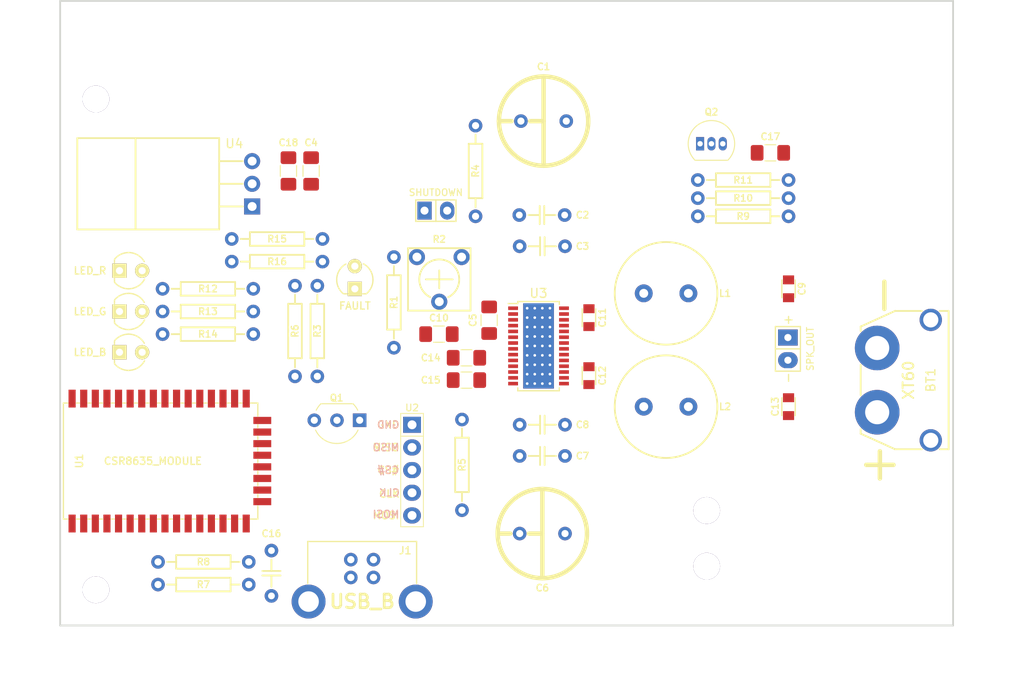
<source format=kicad_pcb>
(kicad_pcb (version 20171130) (host pcbnew "(5.0.0)")

  (general
    (thickness 1.6)
    (drawings 4)
    (tracks 0)
    (zones 0)
    (modules 54)
    (nets 43)
  )

  (page A4)
  (layers
    (0 F.Cu signal)
    (31 B.Cu signal)
    (32 B.Adhes user)
    (33 F.Adhes user)
    (34 B.Paste user)
    (35 F.Paste user)
    (36 B.SilkS user)
    (37 F.SilkS user)
    (38 B.Mask user)
    (39 F.Mask user)
    (40 Dwgs.User user)
    (41 Cmts.User user)
    (42 Eco1.User user)
    (43 Eco2.User user)
    (44 Edge.Cuts user)
    (45 Margin user)
    (46 B.CrtYd user)
    (47 F.CrtYd user)
    (48 B.Fab user)
    (49 F.Fab user)
  )

  (setup
    (last_trace_width 0.25)
    (trace_clearance 0.2)
    (zone_clearance 0.508)
    (zone_45_only no)
    (trace_min 0.2)
    (segment_width 0.2)
    (edge_width 0.1)
    (via_size 0.8)
    (via_drill 0.4)
    (via_min_size 0.4)
    (via_min_drill 0.3)
    (uvia_size 0.3)
    (uvia_drill 0.1)
    (uvias_allowed no)
    (uvia_min_size 0.2)
    (uvia_min_drill 0.1)
    (pcb_text_width 0.3)
    (pcb_text_size 1.5 1.5)
    (mod_edge_width 0.15)
    (mod_text_size 1 1)
    (mod_text_width 0.15)
    (pad_size 1.5 1.5)
    (pad_drill 0.6)
    (pad_to_mask_clearance 0)
    (aux_axis_origin 0 0)
    (visible_elements 7FFFFFFF)
    (pcbplotparams
      (layerselection 0x010fc_ffffffff)
      (usegerberextensions false)
      (usegerberattributes false)
      (usegerberadvancedattributes false)
      (creategerberjobfile false)
      (excludeedgelayer true)
      (linewidth 0.100000)
      (plotframeref false)
      (viasonmask false)
      (mode 1)
      (useauxorigin false)
      (hpglpennumber 1)
      (hpglpenspeed 20)
      (hpglpendiameter 15.000000)
      (psnegative false)
      (psa4output false)
      (plotreference true)
      (plotvalue true)
      (plotinvisibletext false)
      (padsonsilk false)
      (subtractmaskfromsilk false)
      (outputformat 1)
      (mirror false)
      (drillshape 1)
      (scaleselection 1)
      (outputdirectory ""))
  )

  (net 0 "")
  (net 1 GND)
  (net 2 +12V)
  (net 3 +4V)
  (net 4 "Net-(C9-Pad2)")
  (net 5 "Net-(C10-Pad2)")
  (net 6 "Net-(C11-Pad2)")
  (net 7 "Net-(C11-Pad1)")
  (net 8 "Net-(C12-Pad1)")
  (net 9 "Net-(C12-Pad2)")
  (net 10 "Net-(C13-Pad2)")
  (net 11 SPK_RN)
  (net 12 "Net-(C14-Pad2)")
  (net 13 SPK_RP)
  (net 14 "Net-(C15-Pad2)")
  (net 15 CSR_RST)
  (net 16 "Net-(C17-Pad2)")
  (net 17 "Net-(D1-Pad1)")
  (net 18 "Net-(D2-Pad1)")
  (net 19 "Net-(D3-Pad1)")
  (net 20 "Net-(D4-Pad1)")
  (net 21 VBUS)
  (net 22 /D-)
  (net 23 /D+)
  (net 24 "Net-(J1-Pad5)")
  (net 25 "Net-(Q1-Pad3)")
  (net 26 "Net-(Q1-Pad2)")
  (net 27 MFB)
  (net 28 "Net-(Q2-Pad2)")
  (net 29 "Net-(R1-Pad1)")
  (net 30 "Net-(R2-Pad2)")
  (net 31 "Net-(R4-Pad1)")
  (net 32 "Net-(R5-Pad1)")
  (net 33 SPI_PCM)
  (net 34 +1V8)
  (net 35 LED_R)
  (net 36 LED_G)
  (net 37 LED_B)
  (net 38 "Net-(R15-Pad2)")
  (net 39 "Net-(U1-Pad21)")
  (net 40 "Net-(U1-Pad22)")
  (net 41 "Net-(U1-Pad23)")
  (net 42 "Net-(U1-Pad24)")

  (net_class Default "This is the default net class."
    (clearance 0.2)
    (trace_width 0.25)
    (via_dia 0.8)
    (via_drill 0.4)
    (uvia_dia 0.3)
    (uvia_drill 0.1)
    (add_net +12V)
    (add_net +1V8)
    (add_net +4V)
    (add_net /D+)
    (add_net /D-)
    (add_net CSR_RST)
    (add_net GND)
    (add_net LED_B)
    (add_net LED_G)
    (add_net LED_R)
    (add_net MFB)
    (add_net "Net-(C10-Pad2)")
    (add_net "Net-(C11-Pad1)")
    (add_net "Net-(C11-Pad2)")
    (add_net "Net-(C12-Pad1)")
    (add_net "Net-(C12-Pad2)")
    (add_net "Net-(C13-Pad2)")
    (add_net "Net-(C14-Pad2)")
    (add_net "Net-(C15-Pad2)")
    (add_net "Net-(C17-Pad2)")
    (add_net "Net-(C9-Pad2)")
    (add_net "Net-(D1-Pad1)")
    (add_net "Net-(D2-Pad1)")
    (add_net "Net-(D3-Pad1)")
    (add_net "Net-(D4-Pad1)")
    (add_net "Net-(J1-Pad5)")
    (add_net "Net-(Q1-Pad2)")
    (add_net "Net-(Q1-Pad3)")
    (add_net "Net-(Q2-Pad2)")
    (add_net "Net-(R1-Pad1)")
    (add_net "Net-(R15-Pad2)")
    (add_net "Net-(R2-Pad2)")
    (add_net "Net-(R4-Pad1)")
    (add_net "Net-(R5-Pad1)")
    (add_net "Net-(U1-Pad21)")
    (add_net "Net-(U1-Pad22)")
    (add_net "Net-(U1-Pad23)")
    (add_net "Net-(U1-Pad24)")
    (add_net SPI_PCM)
    (add_net SPK_RN)
    (add_net SPK_RP)
    (add_net VBUS)
  )

  (module NovaBox:XT60PW-M (layer F.Cu) (tedit 5BEDD021) (tstamp 5BEDBED5)
    (at 147.5 122.5 270)
    (path /5BE93FF1)
    (fp_text reference BT1 (at 0 0 270) (layer F.SilkS)
      (effects (font (size 1 1) (thickness 0.15)))
    )
    (fp_text value XT60 (at 0 2.5 270) (layer F.SilkS)
      (effects (font (size 1.2 1.2) (thickness 0.2)))
    )
    (fp_line (start 7.75 1) (end 7.75 4) (layer F.SilkS) (width 0.2))
    (fp_line (start -7.75 1) (end -7.75 4) (layer F.SilkS) (width 0.2))
    (fp_line (start 5.5 7.85) (end 6 7.85) (layer F.SilkS) (width 0.2))
    (fp_line (start -1.7 7.85) (end 1.7 7.85) (layer F.SilkS) (width 0.2))
    (fp_text user + (at 9.5 6 270) (layer F.SilkS)
      (effects (font (size 4 4) (thickness 0.5)))
    )
    (fp_text user - (at -9.5 5.5 270) (layer F.SilkS)
      (effects (font (size 4 4) (thickness 0.5)))
    )
    (fp_line (start -7.75 -2) (end -7.75 -10.35) (layer Dwgs.User) (width 0.2))
    (fp_line (start 7.75 -2) (end 7.75 -10.35) (layer Dwgs.User) (width 0.2))
    (fp_line (start -7.75 -2) (end 7.75 -2) (layer F.SilkS) (width 0.2))
    (fp_line (start 6 7.85) (end 7.75 4) (layer F.SilkS) (width 0.2))
    (fp_line (start -7.75 4) (end -6 7.85) (layer F.SilkS) (width 0.2))
    (fp_line (start 7.75 -2) (end 7.75 -1) (layer F.SilkS) (width 0.2))
    (fp_line (start -7.75 -2) (end -7.75 -1) (layer F.SilkS) (width 0.2))
    (fp_line (start -6 7.85) (end -5.5 7.85) (layer F.SilkS) (width 0.2))
    (fp_line (start -7.75 -10.35) (end 7.75 -10.35) (layer Dwgs.User) (width 0.2))
    (pad "" thru_hole circle (at 6.75 0 270) (size 2.5 2.5) (drill 1.7) (layers *.Cu *.Mask))
    (pad "" thru_hole circle (at -6.75 0 270) (size 2.5 2.5) (drill 1.7) (layers *.Cu *.Mask))
    (pad 1 thru_hole circle (at 3.6 6 270) (size 5 5) (drill 2.7) (layers *.Cu *.Mask)
      (net 2 +12V))
    (pad 2 thru_hole circle (at -3.6 6 270) (size 5 5) (drill 2.7) (layers *.Cu *.Mask)
      (net 1 GND))
  )

  (module NovaBox:TO-92_Inline_Wide (layer F.Cu) (tedit 5BEDC7BB) (tstamp 5BEE6B6C)
    (at 81 127 180)
    (descr "TO-92 leads in-line, wide, drill 0.8mm (see NXP sot054_po.pdf)")
    (tags "to-92 sc-43 sc-43a sot54 PA33 transistor")
    (path /5BEA6DE8)
    (fp_text reference Q1 (at 0.04 2.5) (layer F.SilkS)
      (effects (font (size 0.75 0.75) (thickness 0.15)))
    )
    (fp_text value BC557 (at 0 1 180) (layer F.Fab) hide
      (effects (font (size 0.127 0.127) (thickness 0.01)))
    )
    (fp_line (start -1.8 1.85) (end 1.8 1.85) (layer F.SilkS) (width 0.12))
    (fp_arc (start 0 0) (end -1.8 1.85) (angle 20) (layer F.SilkS) (width 0.12))
    (fp_arc (start 0 0) (end 0 -2.6) (angle -65) (layer F.SilkS) (width 0.12))
    (fp_arc (start 0.04 0) (end 0.04 -2.6) (angle 65) (layer F.SilkS) (width 0.12))
    (fp_arc (start 0 0) (end 1.8 1.85) (angle -20) (layer F.SilkS) (width 0.12))
    (pad 2 thru_hole circle (at 0 0 270) (size 1.52 1.52) (drill 0.8) (layers *.Cu *.Mask)
      (net 26 "Net-(Q1-Pad2)"))
    (pad 3 thru_hole circle (at 2.54 0 270) (size 1.52 1.52) (drill 0.8) (layers *.Cu *.Mask)
      (net 25 "Net-(Q1-Pad3)"))
    (pad 1 thru_hole rect (at -2.54 0 270) (size 1.52 1.52) (drill 0.8) (layers *.Cu *.Mask)
      (net 1 GND))
    (model ${KISYS3DMOD}/TO_SOT_Packages_THT.3dshapes/TO-92_Inline_Wide.wrl
      (at (xyz 0 0 0))
      (scale (xyz 1 1 1))
      (rotate (xyz 0 0 -90))
    )
  )

  (module NovaBox:TO-92_Inline_Narrow_Oval (layer F.Cu) (tedit 5BEDC0FF) (tstamp 5BE7A3ED)
    (at 122.936 96.012)
    (descr "TO-92 leads in-line, narrow, oval pads, drill 0.6mm (see NXP sot054_po.pdf)")
    (tags "to-92 sc-43 sc-43a sot54 PA33 transistor")
    (path /5BEB4BB5)
    (fp_text reference Q2 (at 0 -3.556) (layer F.SilkS)
      (effects (font (size 0.75 0.75) (thickness 0.15)))
    )
    (fp_text value BC547 (at 0.02 1) (layer F.Fab)
      (effects (font (size 0.127 0.127) (thickness 0.03175)))
    )
    (fp_line (start -1.82 1.85) (end 1.82 1.85) (layer F.SilkS) (width 0.12))
    (fp_arc (start 0 0) (end -1.84 1.84) (angle 270) (layer F.SilkS) (width 0.12))
    (pad 2 thru_hole oval (at 0 0 180) (size 0.9 1.5) (drill 0.6) (layers *.Cu *.Mask)
      (net 28 "Net-(Q2-Pad2)"))
    (pad 3 thru_hole oval (at 1.27 0 180) (size 0.9 1.5) (drill 0.6) (layers *.Cu *.Mask)
      (net 1 GND))
    (pad 1 thru_hole rect (at -1.27 0 180) (size 0.9 1.5) (drill 0.6) (layers *.Cu *.Mask)
      (net 27 MFB))
    (model ${KISYS3DMOD}/TO_SOT_Packages_THT.3dshapes/TO-92_Inline_Narrow_Oval.wrl
      (at (xyz 0 0 0))
      (scale (xyz 1 1 1))
      (rotate (xyz 0 0 -90))
    )
  )

  (module NovaBox:TO-220_Horizontal (layer F.Cu) (tedit 5BEDBCC6) (tstamp 5BE7A5C1)
    (at 71.5 100.5 90)
    (descr "TO-220, Horizontal, RM 2.54mm")
    (tags "TO-220 Horizontal RM 2.54mm")
    (path /5BEBCC26)
    (fp_text reference U4 (at 4.5 -2 180) (layer F.SilkS)
      (effects (font (size 1 1) (thickness 0.15)))
    )
    (fp_text value LM317 (at 0 -8.5 90) (layer F.Fab)
      (effects (font (size 1 1) (thickness 0.15)))
    )
    (fp_line (start 2.54 -3.69) (end 2.54 -1.066) (layer F.SilkS) (width 0.2))
    (fp_line (start 0 -3.69) (end 0 -1.066) (layer F.SilkS) (width 0.2))
    (fp_line (start -2.54 -3.69) (end -2.54 -1.05) (layer F.SilkS) (width 0.2))
    (fp_line (start 5.12 -19.58) (end 5.12 -3.69) (layer F.SilkS) (width 0.2))
    (fp_line (start -5.12 -19.58) (end -5.12 -3.69) (layer F.SilkS) (width 0.2))
    (fp_line (start -5.12 -19.58) (end 5.12 -19.58) (layer F.SilkS) (width 0.2))
    (fp_line (start -5.12 -3.69) (end 5.12 -3.69) (layer F.SilkS) (width 0.2))
    (fp_line (start 5 -13.06) (end -5 -13.06) (layer F.SilkS) (width 0.2))
    (pad 3 thru_hole oval (at 2.54 0 90) (size 1.8 1.8) (drill 1) (layers *.Cu *.Mask)
      (net 2 +12V))
    (pad 2 thru_hole oval (at 0 0 90) (size 1.8 1.8) (drill 1) (layers *.Cu *.Mask)
      (net 3 +4V))
    (pad 1 thru_hole rect (at -2.54 0 90) (size 1.8 1.8) (drill 1) (layers *.Cu *.Mask)
      (net 38 "Net-(R15-Pad2)"))
    (pad "" np_thru_hole oval (at 0 -16.66 90) (size 3.5 3.5) (drill 3.5) (layers *.Cu *.Mask))
    (model TO_SOT_Packages_THT.3dshapes/TO-220_Horizontal.wrl
      (at (xyz 0 0 0))
      (scale (xyz 0.3937 0.3937 0.3937))
      (rotate (xyz 0 0 0))
    )
  )

  (module NovaBox:CPOL_D10_P4.5 (layer F.Cu) (tedit 5BC25C79) (tstamp 5BE7A2D1)
    (at 104.14 93.472 180)
    (path /5B870F8C)
    (fp_text reference C1 (at 0 6.096 180) (layer F.SilkS)
      (effects (font (size 0.75 0.75) (thickness 0.15)))
    )
    (fp_text value 100uF (at 0 -2.54 180) (layer F.Fab)
      (effects (font (size 0.127 0.127) (thickness 0.03175)))
    )
    (fp_line (start 0 -5) (end 0 5) (layer F.SilkS) (width 0.5))
    (fp_line (start 0 0) (end 1.5 0) (layer F.SilkS) (width 0.5))
    (fp_line (start 5 0) (end 3.6 0) (layer F.SilkS) (width 0.5))
    (fp_circle (center 0 0) (end 5 0) (layer F.SilkS) (width 0.5))
    (pad 2 thru_hole circle (at 2.54 0 180) (size 1.524 1.524) (drill 0.8) (layers *.Cu *.Mask)
      (net 1 GND))
    (pad 1 thru_hole circle (at -2.54 0 180) (size 1.524 1.524) (drill 0.8) (layers *.Cu *.Mask)
      (net 2 +12V))
    (model ${KISYS3DMOD}/Capacitor_THT.3dshapes/CP_Radial_D10.0mm_P5.00mm.wrl
      (offset (xyz -2.5 0 0))
      (scale (xyz 1 1 1))
      (rotate (xyz 0 0 0))
    )
  )

  (module NovaBox:C_5MM (layer F.Cu) (tedit 5BC25D15) (tstamp 5BE7A2DB)
    (at 103.96 104)
    (path /5B896532)
    (fp_text reference C2 (at 4.54 0) (layer F.SilkS)
      (effects (font (size 0.75 0.75) (thickness 0.15)))
    )
    (fp_text value 100nF (at -1.016 -0.254) (layer F.Fab) hide
      (effects (font (size 0.127 0.127) (thickness 0.001)))
    )
    (fp_line (start -0.254 0) (end -1.524 0) (layer F.SilkS) (width 0.2))
    (fp_line (start 0.254 0) (end 1.524 0) (layer F.SilkS) (width 0.2))
    (fp_line (start 0.254 -1.016) (end 0.254 1.016) (layer F.SilkS) (width 0.2))
    (fp_line (start -0.254 -1.016) (end -0.254 1.016) (layer F.SilkS) (width 0.2))
    (pad 2 thru_hole circle (at 2.54 0) (size 1.524 1.524) (drill 0.762) (layers *.Cu *.Mask)
      (net 2 +12V))
    (pad 1 thru_hole circle (at -2.54 0) (size 1.524 1.524) (drill 0.762) (layers *.Cu *.Mask)
      (net 1 GND))
    (model ${KISYS3DMOD}/Capacitor_THT.3dshapes/C_Disc_D5.1mm_W3.2mm_P5.00mm.wrl
      (offset (xyz -2.54 0 0))
      (scale (xyz 1 1 1))
      (rotate (xyz 0 0 0))
    )
  )

  (module NovaBox:C_5MM (layer F.Cu) (tedit 5BC25D15) (tstamp 5BE7A2E5)
    (at 104 107.5)
    (path /5B8964CE)
    (fp_text reference C3 (at 4.5 0) (layer F.SilkS)
      (effects (font (size 0.75 0.75) (thickness 0.15)))
    )
    (fp_text value 1nF (at -1.016 -0.254) (layer F.Fab) hide
      (effects (font (size 0.127 0.127) (thickness 0.001)))
    )
    (fp_line (start -0.254 -1.016) (end -0.254 1.016) (layer F.SilkS) (width 0.2))
    (fp_line (start 0.254 -1.016) (end 0.254 1.016) (layer F.SilkS) (width 0.2))
    (fp_line (start 0.254 0) (end 1.524 0) (layer F.SilkS) (width 0.2))
    (fp_line (start -0.254 0) (end -1.524 0) (layer F.SilkS) (width 0.2))
    (pad 1 thru_hole circle (at -2.54 0) (size 1.524 1.524) (drill 0.762) (layers *.Cu *.Mask)
      (net 1 GND))
    (pad 2 thru_hole circle (at 2.54 0) (size 1.524 1.524) (drill 0.762) (layers *.Cu *.Mask)
      (net 2 +12V))
    (model ${KISYS3DMOD}/Capacitor_THT.3dshapes/C_Disc_D5.1mm_W3.2mm_P5.00mm.wrl
      (offset (xyz -2.54 0 0))
      (scale (xyz 1 1 1))
      (rotate (xyz 0 0 0))
    )
  )

  (module NovaBox:C_1206 (layer F.Cu) (tedit 5BC1CB90) (tstamp 5BE7A2EF)
    (at 78.105 99.06 270)
    (tags "capacitor handsolder")
    (path /58098CFA)
    (attr smd)
    (fp_text reference C4 (at -3.175 0) (layer F.SilkS)
      (effects (font (size 0.75 0.75) (thickness 0.15)))
    )
    (fp_text value 1uF (at 0.0127 0.5715 270) (layer Dwgs.User) hide
      (effects (font (size 0.127 0.127) (thickness 0.001)))
    )
    (fp_line (start -1.6 0.8) (end -1.6 -0.8) (layer F.Fab) (width 0.1))
    (fp_line (start 1.6 -0.8) (end 1.6 0.8) (layer F.Fab) (width 0.1))
    (fp_line (start -0.602064 -0.91) (end 0.602064 -0.91) (layer F.SilkS) (width 0.12))
    (fp_line (start -0.602064 0.91) (end 0.602064 0.91) (layer F.SilkS) (width 0.12))
    (pad 1 smd roundrect (at -1.4875 0 270) (size 1.425 1.75) (layers F.Cu F.Paste F.Mask) (roundrect_rratio 0.175439)
      (net 3 +4V))
    (pad 2 smd roundrect (at 1.4875 0 270) (size 1.425 1.75) (layers F.Cu F.Paste F.Mask) (roundrect_rratio 0.175439)
      (net 1 GND))
    (model ${KISYS3DMOD}/Capacitor_SMD.3dshapes/C_1206_3216Metric.wrl
      (at (xyz 0 0 0))
      (scale (xyz 1 1 1))
      (rotate (xyz 0 0 0))
    )
  )

  (module NovaBox:C_1206 (layer F.Cu) (tedit 5BC1CB90) (tstamp 5BEE1AEE)
    (at 98.044 115.7875 90)
    (tags "capacitor handsolder")
    (path /5B88E307)
    (attr smd)
    (fp_text reference C5 (at 0 -1.82 90) (layer F.SilkS)
      (effects (font (size 0.75 0.75) (thickness 0.15)))
    )
    (fp_text value 1uF (at 0.0127 0.5715 90) (layer Dwgs.User) hide
      (effects (font (size 0.127 0.127) (thickness 0.001)))
    )
    (fp_line (start -1.6 0.8) (end -1.6 -0.8) (layer F.Fab) (width 0.1))
    (fp_line (start 1.6 -0.8) (end 1.6 0.8) (layer F.Fab) (width 0.1))
    (fp_line (start -0.602064 -0.91) (end 0.602064 -0.91) (layer F.SilkS) (width 0.12))
    (fp_line (start -0.602064 0.91) (end 0.602064 0.91) (layer F.SilkS) (width 0.12))
    (pad 1 smd roundrect (at -1.4875 0 90) (size 1.425 1.75) (layers F.Cu F.Paste F.Mask) (roundrect_rratio 0.175439)
      (net 1 GND))
    (pad 2 smd roundrect (at 1.4875 0 90) (size 1.425 1.75) (layers F.Cu F.Paste F.Mask) (roundrect_rratio 0.175439)
      (net 2 +12V))
    (model ${KISYS3DMOD}/Capacitor_SMD.3dshapes/C_1206_3216Metric.wrl
      (at (xyz 0 0 0))
      (scale (xyz 1 1 1))
      (rotate (xyz 0 0 0))
    )
  )

  (module NovaBox:CPOL_D10_P4.5 (layer F.Cu) (tedit 5BC25C79) (tstamp 5BE7A303)
    (at 104 139.7 180)
    (path /5B8A81E1)
    (fp_text reference C6 (at 0 -6.096 180) (layer F.SilkS)
      (effects (font (size 0.75 0.75) (thickness 0.15)))
    )
    (fp_text value 100uF (at 0 -2.54 180) (layer F.Fab)
      (effects (font (size 0.127 0.127) (thickness 0.03175)))
    )
    (fp_circle (center 0 0) (end 5 0) (layer F.SilkS) (width 0.5))
    (fp_line (start 5 0) (end 3.6 0) (layer F.SilkS) (width 0.5))
    (fp_line (start 0 0) (end 1.5 0) (layer F.SilkS) (width 0.5))
    (fp_line (start 0 -5) (end 0 5) (layer F.SilkS) (width 0.5))
    (pad 1 thru_hole circle (at -2.54 0 180) (size 1.524 1.524) (drill 0.8) (layers *.Cu *.Mask)
      (net 2 +12V))
    (pad 2 thru_hole circle (at 2.54 0 180) (size 1.524 1.524) (drill 0.8) (layers *.Cu *.Mask)
      (net 1 GND))
    (model ${KISYS3DMOD}/Capacitor_THT.3dshapes/CP_Radial_D10.0mm_P5.00mm.wrl
      (offset (xyz -2.5 0 0))
      (scale (xyz 1 1 1))
      (rotate (xyz 0 0 0))
    )
  )

  (module NovaBox:C_5MM (layer F.Cu) (tedit 5BC25D15) (tstamp 5BE7A30D)
    (at 104 131)
    (path /5B8A81F0)
    (fp_text reference C7 (at 4.5 0) (layer F.SilkS)
      (effects (font (size 0.75 0.75) (thickness 0.15)))
    )
    (fp_text value 100nF (at -1.016 -0.254) (layer F.Fab) hide
      (effects (font (size 0.127 0.127) (thickness 0.001)))
    )
    (fp_line (start -0.254 0) (end -1.524 0) (layer F.SilkS) (width 0.2))
    (fp_line (start 0.254 0) (end 1.524 0) (layer F.SilkS) (width 0.2))
    (fp_line (start 0.254 -1.016) (end 0.254 1.016) (layer F.SilkS) (width 0.2))
    (fp_line (start -0.254 -1.016) (end -0.254 1.016) (layer F.SilkS) (width 0.2))
    (pad 2 thru_hole circle (at 2.54 0) (size 1.524 1.524) (drill 0.762) (layers *.Cu *.Mask)
      (net 2 +12V))
    (pad 1 thru_hole circle (at -2.54 0) (size 1.524 1.524) (drill 0.762) (layers *.Cu *.Mask)
      (net 1 GND))
    (model ${KISYS3DMOD}/Capacitor_THT.3dshapes/C_Disc_D5.1mm_W3.2mm_P5.00mm.wrl
      (offset (xyz -2.54 0 0))
      (scale (xyz 1 1 1))
      (rotate (xyz 0 0 0))
    )
  )

  (module NovaBox:C_5MM (layer F.Cu) (tedit 5BC25D15) (tstamp 5BE7A317)
    (at 104 127.5)
    (path /5B8A81E9)
    (fp_text reference C8 (at 4.5 0) (layer F.SilkS)
      (effects (font (size 0.75 0.75) (thickness 0.15)))
    )
    (fp_text value 1nF (at -1.016 -0.254) (layer F.Fab) hide
      (effects (font (size 0.127 0.127) (thickness 0.001)))
    )
    (fp_line (start -0.254 -1.016) (end -0.254 1.016) (layer F.SilkS) (width 0.2))
    (fp_line (start 0.254 -1.016) (end 0.254 1.016) (layer F.SilkS) (width 0.2))
    (fp_line (start 0.254 0) (end 1.524 0) (layer F.SilkS) (width 0.2))
    (fp_line (start -0.254 0) (end -1.524 0) (layer F.SilkS) (width 0.2))
    (pad 1 thru_hole circle (at -2.54 0) (size 1.524 1.524) (drill 0.762) (layers *.Cu *.Mask)
      (net 1 GND))
    (pad 2 thru_hole circle (at 2.54 0) (size 1.524 1.524) (drill 0.762) (layers *.Cu *.Mask)
      (net 2 +12V))
    (model ${KISYS3DMOD}/Capacitor_THT.3dshapes/C_Disc_D5.1mm_W3.2mm_P5.00mm.wrl
      (offset (xyz -2.54 0 0))
      (scale (xyz 1 1 1))
      (rotate (xyz 0 0 0))
    )
  )

  (module NovaBox:C_0805 (layer F.Cu) (tedit 58494159) (tstamp 5BE7A323)
    (at 131.572 112.268 270)
    (descr "Capacitor SMD 0805, reflow soldering, AVX (see smccp.pdf)")
    (tags "capacitor 0805")
    (path /5BFAACBE)
    (attr smd)
    (fp_text reference C9 (at 0 -1.5 270) (layer F.SilkS)
      (effects (font (size 0.75 0.75) (thickness 0.15)))
    )
    (fp_text value 680nF (at 0 0) (layer F.Fab)
      (effects (font (size 0.127 0.127) (thickness 0.01)))
    )
    (fp_line (start -1.75 -0.9) (end 1.75 -0.9) (layer F.CrtYd) (width 0.05))
    (fp_line (start -1.75 0.9) (end 1.75 0.9) (layer F.CrtYd) (width 0.05))
    (fp_line (start -1.75 -0.9) (end -1.75 0.9) (layer F.CrtYd) (width 0.05))
    (fp_line (start 1.75 -0.9) (end 1.75 0.9) (layer F.CrtYd) (width 0.05))
    (fp_line (start 1 -0.75) (end -1 -0.75) (layer F.SilkS) (width 0.15))
    (fp_line (start -1 0.75) (end 1 0.75) (layer F.SilkS) (width 0.15))
    (pad 1 smd rect (at -1 0 270) (size 1 1.25) (layers F.Cu F.Paste F.Mask)
      (net 1 GND))
    (pad 2 smd rect (at 1 0 270) (size 1 1.25) (layers F.Cu F.Paste F.Mask)
      (net 4 "Net-(C9-Pad2)"))
    (model Capacitors_SMD.3dshapes/C_0805.wrl
      (at (xyz 0 0 0))
      (scale (xyz 1 1 1))
      (rotate (xyz 0 0 0))
    )
  )

  (module NovaBox:C_1206 (layer F.Cu) (tedit 5BC1CB90) (tstamp 5BEE1FDC)
    (at 92.4195 117.348)
    (tags "capacitor handsolder")
    (path /5B8E3E48)
    (attr smd)
    (fp_text reference C10 (at 0 -1.82) (layer F.SilkS)
      (effects (font (size 0.75 0.75) (thickness 0.15)))
    )
    (fp_text value 1uF (at 0.0127 0.5715) (layer Dwgs.User) hide
      (effects (font (size 0.127 0.127) (thickness 0.001)))
    )
    (fp_line (start -0.602064 0.91) (end 0.602064 0.91) (layer F.SilkS) (width 0.12))
    (fp_line (start -0.602064 -0.91) (end 0.602064 -0.91) (layer F.SilkS) (width 0.12))
    (fp_line (start 1.6 -0.8) (end 1.6 0.8) (layer F.Fab) (width 0.1))
    (fp_line (start -1.6 0.8) (end -1.6 -0.8) (layer F.Fab) (width 0.1))
    (pad 2 smd roundrect (at 1.4875 0) (size 1.425 1.75) (layers F.Cu F.Paste F.Mask) (roundrect_rratio 0.175439)
      (net 5 "Net-(C10-Pad2)"))
    (pad 1 smd roundrect (at -1.4875 0) (size 1.425 1.75) (layers F.Cu F.Paste F.Mask) (roundrect_rratio 0.175439)
      (net 1 GND))
    (model ${KISYS3DMOD}/Capacitor_SMD.3dshapes/C_1206_3216Metric.wrl
      (at (xyz 0 0 0))
      (scale (xyz 1 1 1))
      (rotate (xyz 0 0 0))
    )
  )

  (module NovaBox:C_0805 (layer F.Cu) (tedit 58494159) (tstamp 5BE7A339)
    (at 109.22 115.5 90)
    (descr "Capacitor SMD 0805, reflow soldering, AVX (see smccp.pdf)")
    (tags "capacitor 0805")
    (path /5B86F545)
    (attr smd)
    (fp_text reference C11 (at 0 1.5 90) (layer F.SilkS)
      (effects (font (size 0.75 0.75) (thickness 0.15)))
    )
    (fp_text value 470nF (at 0 0 180) (layer F.Fab)
      (effects (font (size 0.127 0.127) (thickness 0.01)))
    )
    (fp_line (start -1 0.75) (end 1 0.75) (layer F.SilkS) (width 0.15))
    (fp_line (start 1 -0.75) (end -1 -0.75) (layer F.SilkS) (width 0.15))
    (fp_line (start 1.75 -0.9) (end 1.75 0.9) (layer F.CrtYd) (width 0.05))
    (fp_line (start -1.75 -0.9) (end -1.75 0.9) (layer F.CrtYd) (width 0.05))
    (fp_line (start -1.75 0.9) (end 1.75 0.9) (layer F.CrtYd) (width 0.05))
    (fp_line (start -1.75 -0.9) (end 1.75 -0.9) (layer F.CrtYd) (width 0.05))
    (pad 2 smd rect (at 1 0 90) (size 1 1.25) (layers F.Cu F.Paste F.Mask)
      (net 6 "Net-(C11-Pad2)"))
    (pad 1 smd rect (at -1 0 90) (size 1 1.25) (layers F.Cu F.Paste F.Mask)
      (net 7 "Net-(C11-Pad1)"))
    (model Capacitors_SMD.3dshapes/C_0805.wrl
      (at (xyz 0 0 0))
      (scale (xyz 1 1 1))
      (rotate (xyz 0 0 0))
    )
  )

  (module NovaBox:C_0805 (layer F.Cu) (tedit 58494159) (tstamp 5BE7A345)
    (at 109.22 122 270)
    (descr "Capacitor SMD 0805, reflow soldering, AVX (see smccp.pdf)")
    (tags "capacitor 0805")
    (path /5B86F5E2)
    (attr smd)
    (fp_text reference C12 (at 0 -1.5 270) (layer F.SilkS)
      (effects (font (size 0.75 0.75) (thickness 0.15)))
    )
    (fp_text value 470nF (at 0 0) (layer F.Fab)
      (effects (font (size 0.127 0.127) (thickness 0.01)))
    )
    (fp_line (start -1.75 -0.9) (end 1.75 -0.9) (layer F.CrtYd) (width 0.05))
    (fp_line (start -1.75 0.9) (end 1.75 0.9) (layer F.CrtYd) (width 0.05))
    (fp_line (start -1.75 -0.9) (end -1.75 0.9) (layer F.CrtYd) (width 0.05))
    (fp_line (start 1.75 -0.9) (end 1.75 0.9) (layer F.CrtYd) (width 0.05))
    (fp_line (start 1 -0.75) (end -1 -0.75) (layer F.SilkS) (width 0.15))
    (fp_line (start -1 0.75) (end 1 0.75) (layer F.SilkS) (width 0.15))
    (pad 1 smd rect (at -1 0 270) (size 1 1.25) (layers F.Cu F.Paste F.Mask)
      (net 8 "Net-(C12-Pad1)"))
    (pad 2 smd rect (at 1 0 270) (size 1 1.25) (layers F.Cu F.Paste F.Mask)
      (net 9 "Net-(C12-Pad2)"))
    (model Capacitors_SMD.3dshapes/C_0805.wrl
      (at (xyz 0 0 0))
      (scale (xyz 1 1 1))
      (rotate (xyz 0 0 0))
    )
  )

  (module NovaBox:C_0805 (layer F.Cu) (tedit 58494159) (tstamp 5BE7A351)
    (at 131.572 125.476 90)
    (descr "Capacitor SMD 0805, reflow soldering, AVX (see smccp.pdf)")
    (tags "capacitor 0805")
    (path /5BFE57C3)
    (attr smd)
    (fp_text reference C13 (at 0 -1.5 90) (layer F.SilkS)
      (effects (font (size 0.75 0.75) (thickness 0.15)))
    )
    (fp_text value 680nF (at 0 0 180) (layer F.Fab)
      (effects (font (size 0.127 0.127) (thickness 0.01)))
    )
    (fp_line (start -1 0.75) (end 1 0.75) (layer F.SilkS) (width 0.15))
    (fp_line (start 1 -0.75) (end -1 -0.75) (layer F.SilkS) (width 0.15))
    (fp_line (start 1.75 -0.9) (end 1.75 0.9) (layer F.CrtYd) (width 0.05))
    (fp_line (start -1.75 -0.9) (end -1.75 0.9) (layer F.CrtYd) (width 0.05))
    (fp_line (start -1.75 0.9) (end 1.75 0.9) (layer F.CrtYd) (width 0.05))
    (fp_line (start -1.75 -0.9) (end 1.75 -0.9) (layer F.CrtYd) (width 0.05))
    (pad 2 smd rect (at 1 0 90) (size 1 1.25) (layers F.Cu F.Paste F.Mask)
      (net 10 "Net-(C13-Pad2)"))
    (pad 1 smd rect (at -1 0 90) (size 1 1.25) (layers F.Cu F.Paste F.Mask)
      (net 1 GND))
    (model Capacitors_SMD.3dshapes/C_0805.wrl
      (at (xyz 0 0 0))
      (scale (xyz 1 1 1))
      (rotate (xyz 0 0 0))
    )
  )

  (module NovaBox:C_1206 (layer F.Cu) (tedit 5BC1CB90) (tstamp 5BE7A35B)
    (at 95.5 120)
    (tags "capacitor handsolder")
    (path /5B97269A)
    (attr smd)
    (fp_text reference C14 (at -4 0) (layer F.SilkS)
      (effects (font (size 0.75 0.75) (thickness 0.15)))
    )
    (fp_text value 1uF (at 0.0127 0.5715) (layer Dwgs.User) hide
      (effects (font (size 0.127 0.127) (thickness 0.001)))
    )
    (fp_line (start -1.6 0.8) (end -1.6 -0.8) (layer F.Fab) (width 0.1))
    (fp_line (start 1.6 -0.8) (end 1.6 0.8) (layer F.Fab) (width 0.1))
    (fp_line (start -0.602064 -0.91) (end 0.602064 -0.91) (layer F.SilkS) (width 0.12))
    (fp_line (start -0.602064 0.91) (end 0.602064 0.91) (layer F.SilkS) (width 0.12))
    (pad 1 smd roundrect (at -1.4875 0) (size 1.425 1.75) (layers F.Cu F.Paste F.Mask) (roundrect_rratio 0.175439)
      (net 11 SPK_RN))
    (pad 2 smd roundrect (at 1.4875 0) (size 1.425 1.75) (layers F.Cu F.Paste F.Mask) (roundrect_rratio 0.175439)
      (net 12 "Net-(C14-Pad2)"))
    (model ${KISYS3DMOD}/Capacitor_SMD.3dshapes/C_1206_3216Metric.wrl
      (at (xyz 0 0 0))
      (scale (xyz 1 1 1))
      (rotate (xyz 0 0 0))
    )
  )

  (module NovaBox:C_1206 (layer F.Cu) (tedit 5BC1CB90) (tstamp 5BE7A365)
    (at 95.5 122.5)
    (tags "capacitor handsolder")
    (path /5B972720)
    (attr smd)
    (fp_text reference C15 (at -4 0) (layer F.SilkS)
      (effects (font (size 0.75 0.75) (thickness 0.15)))
    )
    (fp_text value 1uF (at 0.0127 0.5715) (layer Dwgs.User) hide
      (effects (font (size 0.127 0.127) (thickness 0.001)))
    )
    (fp_line (start -1.6 0.8) (end -1.6 -0.8) (layer F.Fab) (width 0.1))
    (fp_line (start 1.6 -0.8) (end 1.6 0.8) (layer F.Fab) (width 0.1))
    (fp_line (start -0.602064 -0.91) (end 0.602064 -0.91) (layer F.SilkS) (width 0.12))
    (fp_line (start -0.602064 0.91) (end 0.602064 0.91) (layer F.SilkS) (width 0.12))
    (pad 1 smd roundrect (at -1.4875 0) (size 1.425 1.75) (layers F.Cu F.Paste F.Mask) (roundrect_rratio 0.175439)
      (net 13 SPK_RP))
    (pad 2 smd roundrect (at 1.4875 0) (size 1.425 1.75) (layers F.Cu F.Paste F.Mask) (roundrect_rratio 0.175439)
      (net 14 "Net-(C15-Pad2)"))
    (model ${KISYS3DMOD}/Capacitor_SMD.3dshapes/C_1206_3216Metric.wrl
      (at (xyz 0 0 0))
      (scale (xyz 1 1 1))
      (rotate (xyz 0 0 0))
    )
  )

  (module NovaBox:C_5MM (layer F.Cu) (tedit 5BC25D15) (tstamp 5BE7A36F)
    (at 73.66 144.145 270)
    (path /57F3BA6D)
    (fp_text reference C16 (at -4.445 0 180) (layer F.SilkS)
      (effects (font (size 0.75 0.75) (thickness 0.15)))
    )
    (fp_text value 100nF (at -1.016 -0.254 270) (layer F.Fab) hide
      (effects (font (size 0.127 0.127) (thickness 0.001)))
    )
    (fp_line (start -0.254 -1.016) (end -0.254 1.016) (layer F.SilkS) (width 0.2))
    (fp_line (start 0.254 -1.016) (end 0.254 1.016) (layer F.SilkS) (width 0.2))
    (fp_line (start 0.254 0) (end 1.524 0) (layer F.SilkS) (width 0.2))
    (fp_line (start -0.254 0) (end -1.524 0) (layer F.SilkS) (width 0.2))
    (pad 1 thru_hole circle (at -2.54 0 270) (size 1.524 1.524) (drill 0.762) (layers *.Cu *.Mask)
      (net 15 CSR_RST))
    (pad 2 thru_hole circle (at 2.54 0 270) (size 1.524 1.524) (drill 0.762) (layers *.Cu *.Mask)
      (net 1 GND))
    (model ${KISYS3DMOD}/Capacitor_THT.3dshapes/C_Disc_D5.1mm_W3.2mm_P5.00mm.wrl
      (offset (xyz -2.54 0 0))
      (scale (xyz 1 1 1))
      (rotate (xyz 0 0 0))
    )
  )

  (module NovaBox:C_1206 (layer F.Cu) (tedit 5BC1CB90) (tstamp 5BE7A379)
    (at 129.54 97.028)
    (tags "capacitor handsolder")
    (path /581A0D6D)
    (attr smd)
    (fp_text reference C17 (at 0 -1.82) (layer F.SilkS)
      (effects (font (size 0.75 0.75) (thickness 0.15)))
    )
    (fp_text value 1uF (at 0.0127 0.5715) (layer Dwgs.User) hide
      (effects (font (size 0.127 0.127) (thickness 0.001)))
    )
    (fp_line (start -0.602064 0.91) (end 0.602064 0.91) (layer F.SilkS) (width 0.12))
    (fp_line (start -0.602064 -0.91) (end 0.602064 -0.91) (layer F.SilkS) (width 0.12))
    (fp_line (start 1.6 -0.8) (end 1.6 0.8) (layer F.Fab) (width 0.1))
    (fp_line (start -1.6 0.8) (end -1.6 -0.8) (layer F.Fab) (width 0.1))
    (pad 2 smd roundrect (at 1.4875 0) (size 1.425 1.75) (layers F.Cu F.Paste F.Mask) (roundrect_rratio 0.175439)
      (net 16 "Net-(C17-Pad2)"))
    (pad 1 smd roundrect (at -1.4875 0) (size 1.425 1.75) (layers F.Cu F.Paste F.Mask) (roundrect_rratio 0.175439)
      (net 3 +4V))
    (model ${KISYS3DMOD}/Capacitor_SMD.3dshapes/C_1206_3216Metric.wrl
      (at (xyz 0 0 0))
      (scale (xyz 1 1 1))
      (rotate (xyz 0 0 0))
    )
  )

  (module NovaBox:C_1206 (layer F.Cu) (tedit 5BC1CB90) (tstamp 5BE7A383)
    (at 75.565 99.06 270)
    (tags "capacitor handsolder")
    (path /5BEF0120)
    (attr smd)
    (fp_text reference C18 (at -3.175 0) (layer F.SilkS)
      (effects (font (size 0.75 0.75) (thickness 0.15)))
    )
    (fp_text value 1uF (at 0.0127 0.5715 270) (layer Dwgs.User) hide
      (effects (font (size 0.127 0.127) (thickness 0.001)))
    )
    (fp_line (start -0.602064 0.91) (end 0.602064 0.91) (layer F.SilkS) (width 0.12))
    (fp_line (start -0.602064 -0.91) (end 0.602064 -0.91) (layer F.SilkS) (width 0.12))
    (fp_line (start 1.6 -0.8) (end 1.6 0.8) (layer F.Fab) (width 0.1))
    (fp_line (start -1.6 0.8) (end -1.6 -0.8) (layer F.Fab) (width 0.1))
    (pad 2 smd roundrect (at 1.4875 0 270) (size 1.425 1.75) (layers F.Cu F.Paste F.Mask) (roundrect_rratio 0.175439)
      (net 1 GND))
    (pad 1 smd roundrect (at -1.4875 0 270) (size 1.425 1.75) (layers F.Cu F.Paste F.Mask) (roundrect_rratio 0.175439)
      (net 2 +12V))
    (model ${KISYS3DMOD}/Capacitor_SMD.3dshapes/C_1206_3216Metric.wrl
      (at (xyz 0 0 0))
      (scale (xyz 1 1 1))
      (rotate (xyz 0 0 0))
    )
  )

  (module NovaBox:LED-3MM (layer F.Cu) (tedit 5BEDC5B2) (tstamp 5BE7A38F)
    (at 83 111 270)
    (descr "LED 3mm - Lead pitch 100mil (2,54mm)")
    (tags "LED led 3mm 3MM 100mil 2,54mm")
    (path /5B8EC03E)
    (fp_text reference D1 (at 0 0) (layer Dwgs.User)
      (effects (font (size 0.127 0.127) (thickness 0.03175)))
    )
    (fp_text value FAULT (at 3.175 0) (layer F.SilkS)
      (effects (font (size 0.8128 0.8128) (thickness 0.1524)))
    )
    (fp_line (start 1.8288 -1.27) (end 1.8288 -0.889) (layer F.SilkS) (width 0.1524))
    (fp_line (start 1.8288 1.27) (end 1.8288 0.889) (layer F.SilkS) (width 0.1524))
    (fp_arc (start 0.254 0) (end 0.254 -2.032) (angle 50.1) (layer F.SilkS) (width 0.1524))
    (fp_arc (start 0.254 0) (end -1.5367 -0.95504) (angle 61.9) (layer F.SilkS) (width 0.1524))
    (fp_arc (start 0.254 0) (end 1.8034 1.31064) (angle 49.7) (layer F.SilkS) (width 0.1524))
    (fp_arc (start 0.254 0) (end 0.254 2.032) (angle 60.2) (layer F.SilkS) (width 0.1524))
    (pad 1 thru_hole circle (at -1.27 0 270) (size 1.6 1.6) (drill 0.8) (layers *.Cu *.Mask F.SilkS)
      (net 17 "Net-(D1-Pad1)"))
    (pad 2 thru_hole rect (at 1.27 0 270) (size 1.6 1.6) (drill 0.8) (layers *.Cu *.Mask F.SilkS)
      (net 2 +12V))
    (model ${KISYS3DMOD}/LED_THT.3dshapes/LED_D3.0mm_Clear.wrl
      (offset (xyz 1.25 0 -2.6))
      (scale (xyz 1 1 1))
      (rotate (xyz 0 0 180))
    )
  )

  (module NovaBox:LED-3MM (layer F.Cu) (tedit 5BC241BB) (tstamp 5BE7A39B)
    (at 57.912 110.236 180)
    (descr "LED 3mm - Lead pitch 100mil (2,54mm)")
    (tags "LED led 3mm 3MM 100mil 2,54mm")
    (path /5BC6278C)
    (fp_text reference D2 (at 0 0 270) (layer Dwgs.User)
      (effects (font (size 0.8128 0.8128) (thickness 0.1524)))
    )
    (fp_text value LED_R (at 4.572 0) (layer F.SilkS)
      (effects (font (size 0.8128 0.8128) (thickness 0.1524)))
    )
    (fp_arc (start 0.254 0) (end 0.254 2.032) (angle 60.2) (layer F.SilkS) (width 0.1524))
    (fp_arc (start 0.254 0) (end 1.8034 1.31064) (angle 49.7) (layer F.SilkS) (width 0.1524))
    (fp_arc (start 0.254 0) (end -1.5367 -0.95504) (angle 61.9) (layer F.SilkS) (width 0.1524))
    (fp_arc (start 0.254 0) (end 0.254 -2.032) (angle 50.1) (layer F.SilkS) (width 0.1524))
    (fp_line (start 1.8288 1.27) (end 1.8288 0.889) (layer F.SilkS) (width 0.1524))
    (fp_line (start 1.8288 -1.27) (end 1.8288 -0.889) (layer F.SilkS) (width 0.1524))
    (pad 2 thru_hole rect (at 1.27 0 180) (size 1.6 1.6) (drill 0.8) (layers *.Cu *.Mask F.SilkS)
      (net 3 +4V))
    (pad 1 thru_hole circle (at -1.27 0 180) (size 1.6 1.6) (drill 0.8) (layers *.Cu *.Mask F.SilkS)
      (net 18 "Net-(D2-Pad1)"))
    (model ${KISYS3DMOD}/LED_THT.3dshapes/LED_D3.0mm_Clear.wrl
      (offset (xyz 1.25 0 -2.6))
      (scale (xyz 1 1 1))
      (rotate (xyz 0 0 180))
    )
  )

  (module NovaBox:LED-3MM (layer F.Cu) (tedit 5BC241BB) (tstamp 5BE7A3A7)
    (at 57.912 114.808 180)
    (descr "LED 3mm - Lead pitch 100mil (2,54mm)")
    (tags "LED led 3mm 3MM 100mil 2,54mm")
    (path /5BC62928)
    (fp_text reference D3 (at 0 0 270) (layer Dwgs.User)
      (effects (font (size 0.8128 0.8128) (thickness 0.1524)))
    )
    (fp_text value LED_G (at 4.572 0) (layer F.SilkS)
      (effects (font (size 0.8128 0.8128) (thickness 0.1524)))
    )
    (fp_line (start 1.8288 -1.27) (end 1.8288 -0.889) (layer F.SilkS) (width 0.1524))
    (fp_line (start 1.8288 1.27) (end 1.8288 0.889) (layer F.SilkS) (width 0.1524))
    (fp_arc (start 0.254 0) (end 0.254 -2.032) (angle 50.1) (layer F.SilkS) (width 0.1524))
    (fp_arc (start 0.254 0) (end -1.5367 -0.95504) (angle 61.9) (layer F.SilkS) (width 0.1524))
    (fp_arc (start 0.254 0) (end 1.8034 1.31064) (angle 49.7) (layer F.SilkS) (width 0.1524))
    (fp_arc (start 0.254 0) (end 0.254 2.032) (angle 60.2) (layer F.SilkS) (width 0.1524))
    (pad 1 thru_hole circle (at -1.27 0 180) (size 1.6 1.6) (drill 0.8) (layers *.Cu *.Mask F.SilkS)
      (net 19 "Net-(D3-Pad1)"))
    (pad 2 thru_hole rect (at 1.27 0 180) (size 1.6 1.6) (drill 0.8) (layers *.Cu *.Mask F.SilkS)
      (net 3 +4V))
    (model ${KISYS3DMOD}/LED_THT.3dshapes/LED_D3.0mm_Clear.wrl
      (offset (xyz 1.25 0 -2.6))
      (scale (xyz 1 1 1))
      (rotate (xyz 0 0 180))
    )
  )

  (module NovaBox:LED-3MM (layer F.Cu) (tedit 5BC241BB) (tstamp 5BE7A3B3)
    (at 57.912 119.38 180)
    (descr "LED 3mm - Lead pitch 100mil (2,54mm)")
    (tags "LED led 3mm 3MM 100mil 2,54mm")
    (path /5BC62A12)
    (fp_text reference D4 (at 0 0 270) (layer Dwgs.User)
      (effects (font (size 0.8128 0.8128) (thickness 0.1524)))
    )
    (fp_text value LED_B (at 4.572 0) (layer F.SilkS)
      (effects (font (size 0.8128 0.8128) (thickness 0.1524)))
    )
    (fp_arc (start 0.254 0) (end 0.254 2.032) (angle 60.2) (layer F.SilkS) (width 0.1524))
    (fp_arc (start 0.254 0) (end 1.8034 1.31064) (angle 49.7) (layer F.SilkS) (width 0.1524))
    (fp_arc (start 0.254 0) (end -1.5367 -0.95504) (angle 61.9) (layer F.SilkS) (width 0.1524))
    (fp_arc (start 0.254 0) (end 0.254 -2.032) (angle 50.1) (layer F.SilkS) (width 0.1524))
    (fp_line (start 1.8288 1.27) (end 1.8288 0.889) (layer F.SilkS) (width 0.1524))
    (fp_line (start 1.8288 -1.27) (end 1.8288 -0.889) (layer F.SilkS) (width 0.1524))
    (pad 2 thru_hole rect (at 1.27 0 180) (size 1.6 1.6) (drill 0.8) (layers *.Cu *.Mask F.SilkS)
      (net 3 +4V))
    (pad 1 thru_hole circle (at -1.27 0 180) (size 1.6 1.6) (drill 0.8) (layers *.Cu *.Mask F.SilkS)
      (net 20 "Net-(D4-Pad1)"))
    (model ${KISYS3DMOD}/LED_THT.3dshapes/LED_D3.0mm_Clear.wrl
      (offset (xyz 1.25 0 -2.6))
      (scale (xyz 1 1 1))
      (rotate (xyz 0 0 180))
    )
  )

  (module NovaBox:USB_B (layer F.Cu) (tedit 5BC24249) (tstamp 5BEE4B26)
    (at 83.82 147.32)
    (tags USB)
    (path /5BBD4E32)
    (fp_text reference J1 (at 4.826 -5.715) (layer F.SilkS)
      (effects (font (size 0.8128 0.8128) (thickness 0.1524)))
    )
    (fp_text value USB_B (at 0 0) (layer F.SilkS)
      (effects (font (size 1.524 1.524) (thickness 0.3048)))
    )
    (fp_line (start 6.096 10.287) (end 6.096 -2.032) (layer Dwgs.User) (width 0.1524))
    (fp_line (start -6.096 10.287) (end -6.096 -2.032) (layer Dwgs.User) (width 0.1524))
    (fp_line (start 6.096 -6.731) (end 6.096 -2.032) (layer F.SilkS) (width 0.1524))
    (fp_line (start -6.096 -6.731) (end -6.096 -2.032) (layer F.SilkS) (width 0.1524))
    (fp_line (start -6.096 10.287) (end 6.096 10.287) (layer Dwgs.User) (width 0.1524))
    (fp_line (start 6.096 -6.731) (end -6.096 -6.731) (layer F.SilkS) (width 0.1524))
    (pad 1 thru_hole circle (at 1.27 -4.7) (size 1.524 1.524) (drill 0.8128) (layers *.Cu *.Mask)
      (net 21 VBUS))
    (pad 2 thru_hole circle (at -1.27 -4.7) (size 1.524 1.524) (drill 0.8128) (layers *.Cu *.Mask)
      (net 22 /D-))
    (pad 3 thru_hole circle (at -1.27 -2.7) (size 1.524 1.524) (drill 0.8128) (layers *.Cu *.Mask)
      (net 23 /D+))
    (pad 4 thru_hole circle (at 1.27 -2.7) (size 1.524 1.524) (drill 0.8128) (layers *.Cu *.Mask)
      (net 1 GND))
    (pad 5 thru_hole circle (at 6 0) (size 3.8 3.8) (drill 2.3) (layers *.Cu *.Mask)
      (net 24 "Net-(J1-Pad5)"))
    (pad 5 thru_hole circle (at -6 0) (size 3.8 3.8) (drill 2.3) (layers *.Cu *.Mask)
      (net 24 "Net-(J1-Pad5)"))
    (model ${KISYS3DMOD}/Connectors.3dshapes/USB_B.wrl
      (at (xyz 0 0 0))
      (scale (xyz 0.4 0.4 0.4))
      (rotate (xyz 0 0 0))
    )
  )

  (module NovaBox:Inductor_5mm (layer F.Cu) (tedit 5BE77E81) (tstamp 5BE7A3CA)
    (at 117.856 112.776)
    (path /5BF02B8A)
    (fp_text reference L1 (at 6.604 0) (layer F.SilkS)
      (effects (font (size 0.75 0.75) (thickness 0.15)))
    )
    (fp_text value 10uH (at 0 -1) (layer F.Fab) hide
      (effects (font (size 0.127 0.127) (thickness 0.03175)))
    )
    (fp_circle (center 0 0) (end 5.75 0) (layer F.SilkS) (width 0.2))
    (pad 2 thru_hole circle (at 2.5 0 180) (size 2 2) (drill 1) (layers *.Cu *.Mask)
      (net 4 "Net-(C9-Pad2)"))
    (pad 1 thru_hole circle (at -2.5 0 180) (size 2 2) (drill 1) (layers *.Cu *.Mask)
      (net 7 "Net-(C11-Pad1)"))
  )

  (module NovaBox:Inductor_5mm (layer F.Cu) (tedit 5BE77E81) (tstamp 5BE7A3D1)
    (at 117.856 125.476)
    (path /5BF02EAB)
    (fp_text reference L2 (at 6.604 0) (layer F.SilkS)
      (effects (font (size 0.75 0.75) (thickness 0.15)))
    )
    (fp_text value 10uH (at 0 -1) (layer F.Fab) hide
      (effects (font (size 0.127 0.127) (thickness 0.03175)))
    )
    (fp_circle (center 0 0) (end 5.75 0) (layer F.SilkS) (width 0.2))
    (pad 1 thru_hole circle (at -2.5 0 180) (size 2 2) (drill 1) (layers *.Cu *.Mask)
      (net 8 "Net-(C12-Pad1)"))
    (pad 2 thru_hole circle (at 2.5 0 180) (size 2 2) (drill 1) (layers *.Cu *.Mask)
      (net 10 "Net-(C13-Pad2)"))
  )

  (module NovaBox:R_10MM (layer F.Cu) (tedit 5BC2653B) (tstamp 5BE7A3F9)
    (at 87.376 113.792 270)
    (path /5B90C2E4)
    (fp_text reference R1 (at 0 0 270) (layer F.SilkS)
      (effects (font (size 0.75 0.75) (thickness 0.15)))
    )
    (fp_text value 10k (at -2.286 0 270) (layer F.Fab) hide
      (effects (font (size 0.127 0.127) (thickness 0.001)))
    )
    (fp_line (start -3.048 -0.762) (end -3.048 0.762) (layer F.SilkS) (width 0.2))
    (fp_line (start 3.048 -0.762) (end 3.048 0.762) (layer F.SilkS) (width 0.2))
    (fp_line (start -3.048 0.762) (end 3.048 0.762) (layer F.SilkS) (width 0.2))
    (fp_line (start -3.048 -0.762) (end 3.048 -0.762) (layer F.SilkS) (width 0.2))
    (fp_line (start -3.048 0) (end -4.064 0) (layer F.SilkS) (width 0.2))
    (fp_line (start 3.048 0) (end 4.064 0) (layer F.SilkS) (width 0.2))
    (pad 1 thru_hole circle (at -5.08 0 270) (size 1.524 1.524) (drill 0.8) (layers *.Cu *.Mask)
      (net 29 "Net-(R1-Pad1)"))
    (pad 2 thru_hole circle (at 5.08 0 270) (size 1.524 1.524) (drill 0.8) (layers *.Cu *.Mask)
      (net 1 GND))
    (model ${KISYS3DMOD}/Resistor_THT.3dshapes/R_Axial_DIN0207_L6.3mm_D2.5mm_P10.16mm_Horizontal.wrl
      (offset (xyz -5.08 0 0))
      (scale (xyz 1 1 1))
      (rotate (xyz 0 0 0))
    )
  )

  (module NovaBox:RPOT_RKT6V (layer F.Cu) (tedit 5B94F615) (tstamp 5BE7A407)
    (at 92.456 108.712 180)
    (path /5B90C9CE)
    (fp_text reference R2 (at 0 2 180) (layer F.SilkS)
      (effects (font (size 0.75 0.75) (thickness 0.15)))
    )
    (fp_text value 100k (at 0 0 180) (layer F.Fab) hide
      (effects (font (size 0.127 0.127) (thickness 0.001)))
    )
    (fp_line (start -3.5 -6) (end 3.5 -6) (layer F.SilkS) (width 0.2))
    (fp_line (start -3.5 -6) (end -3.5 1) (layer F.SilkS) (width 0.2))
    (fp_line (start -3.5 1) (end 3.5 1) (layer F.SilkS) (width 0.2))
    (fp_line (start 3.5 -6) (end 3.5 1) (layer F.SilkS) (width 0.2))
    (fp_line (start 1.5 -2.5) (end -1.5 -2.5) (layer F.SilkS) (width 0.2))
    (fp_arc (start 0 -2.5) (end -1 -4.5) (angle -306) (layer F.SilkS) (width 0.2))
    (fp_line (start 0 -3.5) (end 0 -1.5) (layer F.SilkS) (width 0.2))
    (pad 1 thru_hole circle (at -2.5 0 180) (size 1.8 1.8) (drill 1) (layers *.Cu *.Mask)
      (net 5 "Net-(C10-Pad2)"))
    (pad 2 thru_hole circle (at 0 -5 180) (size 1.8 1.8) (drill 1) (layers *.Cu *.Mask)
      (net 30 "Net-(R2-Pad2)"))
    (pad 3 thru_hole circle (at 2.5 0 180) (size 1.8 1.8) (drill 1) (layers *.Cu *.Mask)
      (net 29 "Net-(R1-Pad1)"))
  )

  (module NovaBox:R_10MM (layer F.Cu) (tedit 5BC2653B) (tstamp 5BEE4724)
    (at 78.8 117 270)
    (path /5B8C89A0)
    (fp_text reference R3 (at 0 0 270) (layer F.SilkS)
      (effects (font (size 0.75 0.75) (thickness 0.15)))
    )
    (fp_text value 10k (at -2.286 0 270) (layer F.Fab) hide
      (effects (font (size 0.127 0.127) (thickness 0.001)))
    )
    (fp_line (start -3.048 -0.762) (end -3.048 0.762) (layer F.SilkS) (width 0.2))
    (fp_line (start 3.048 -0.762) (end 3.048 0.762) (layer F.SilkS) (width 0.2))
    (fp_line (start -3.048 0.762) (end 3.048 0.762) (layer F.SilkS) (width 0.2))
    (fp_line (start -3.048 -0.762) (end 3.048 -0.762) (layer F.SilkS) (width 0.2))
    (fp_line (start -3.048 0) (end -4.064 0) (layer F.SilkS) (width 0.2))
    (fp_line (start 3.048 0) (end 4.064 0) (layer F.SilkS) (width 0.2))
    (pad 1 thru_hole circle (at -5.08 0 270) (size 1.524 1.524) (drill 0.8) (layers *.Cu *.Mask)
      (net 2 +12V))
    (pad 2 thru_hole circle (at 5.08 0 270) (size 1.524 1.524) (drill 0.8) (layers *.Cu *.Mask)
      (net 26 "Net-(Q1-Pad2)"))
    (model ${KISYS3DMOD}/Resistor_THT.3dshapes/R_Axial_DIN0207_L6.3mm_D2.5mm_P10.16mm_Horizontal.wrl
      (offset (xyz -5.08 0 0))
      (scale (xyz 1 1 1))
      (rotate (xyz 0 0 0))
    )
  )

  (module NovaBox:R_10MM (layer F.Cu) (tedit 5BC2653B) (tstamp 5BE7A41F)
    (at 96.52 99.06 90)
    (path /5B9BD02A)
    (fp_text reference R4 (at 0 0 90) (layer F.SilkS)
      (effects (font (size 0.75 0.75) (thickness 0.15)))
    )
    (fp_text value 100k (at -2.286 0 90) (layer F.Fab) hide
      (effects (font (size 0.127 0.127) (thickness 0.001)))
    )
    (fp_line (start 3.048 0) (end 4.064 0) (layer F.SilkS) (width 0.2))
    (fp_line (start -3.048 0) (end -4.064 0) (layer F.SilkS) (width 0.2))
    (fp_line (start -3.048 -0.762) (end 3.048 -0.762) (layer F.SilkS) (width 0.2))
    (fp_line (start -3.048 0.762) (end 3.048 0.762) (layer F.SilkS) (width 0.2))
    (fp_line (start 3.048 -0.762) (end 3.048 0.762) (layer F.SilkS) (width 0.2))
    (fp_line (start -3.048 -0.762) (end -3.048 0.762) (layer F.SilkS) (width 0.2))
    (pad 2 thru_hole circle (at 5.08 0 90) (size 1.524 1.524) (drill 0.8) (layers *.Cu *.Mask)
      (net 2 +12V))
    (pad 1 thru_hole circle (at -5.08 0 90) (size 1.524 1.524) (drill 0.8) (layers *.Cu *.Mask)
      (net 31 "Net-(R4-Pad1)"))
    (model ${KISYS3DMOD}/Resistor_THT.3dshapes/R_Axial_DIN0207_L6.3mm_D2.5mm_P10.16mm_Horizontal.wrl
      (offset (xyz -5.08 0 0))
      (scale (xyz 1 1 1))
      (rotate (xyz 0 0 0))
    )
  )

  (module NovaBox:R_10MM (layer F.Cu) (tedit 5BC2653B) (tstamp 5BE7A42B)
    (at 95 132 270)
    (path /5C077DA9)
    (fp_text reference R5 (at 0 0 270) (layer F.SilkS)
      (effects (font (size 0.75 0.75) (thickness 0.15)))
    )
    (fp_text value 100k (at -2.286 0 270) (layer F.Fab) hide
      (effects (font (size 0.127 0.127) (thickness 0.001)))
    )
    (fp_line (start 3.048 0) (end 4.064 0) (layer F.SilkS) (width 0.2))
    (fp_line (start -3.048 0) (end -4.064 0) (layer F.SilkS) (width 0.2))
    (fp_line (start -3.048 -0.762) (end 3.048 -0.762) (layer F.SilkS) (width 0.2))
    (fp_line (start -3.048 0.762) (end 3.048 0.762) (layer F.SilkS) (width 0.2))
    (fp_line (start 3.048 -0.762) (end 3.048 0.762) (layer F.SilkS) (width 0.2))
    (fp_line (start -3.048 -0.762) (end -3.048 0.762) (layer F.SilkS) (width 0.2))
    (pad 2 thru_hole circle (at 5.08 0 270) (size 1.524 1.524) (drill 0.8) (layers *.Cu *.Mask)
      (net 2 +12V))
    (pad 1 thru_hole circle (at -5.08 0 270) (size 1.524 1.524) (drill 0.8) (layers *.Cu *.Mask)
      (net 32 "Net-(R5-Pad1)"))
    (model ${KISYS3DMOD}/Resistor_THT.3dshapes/R_Axial_DIN0207_L6.3mm_D2.5mm_P10.16mm_Horizontal.wrl
      (offset (xyz -5.08 0 0))
      (scale (xyz 1 1 1))
      (rotate (xyz 0 0 0))
    )
  )

  (module NovaBox:R_10MM (layer F.Cu) (tedit 5BC2653B) (tstamp 5BEE4745)
    (at 76.3 117 270)
    (path /5B8E4DB1)
    (fp_text reference R6 (at 0 0 270) (layer F.SilkS)
      (effects (font (size 0.75 0.75) (thickness 0.15)))
    )
    (fp_text value 1k (at -2.286 0 270) (layer F.Fab) hide
      (effects (font (size 0.127 0.127) (thickness 0.001)))
    )
    (fp_line (start -3.048 -0.762) (end -3.048 0.762) (layer F.SilkS) (width 0.2))
    (fp_line (start 3.048 -0.762) (end 3.048 0.762) (layer F.SilkS) (width 0.2))
    (fp_line (start -3.048 0.762) (end 3.048 0.762) (layer F.SilkS) (width 0.2))
    (fp_line (start -3.048 -0.762) (end 3.048 -0.762) (layer F.SilkS) (width 0.2))
    (fp_line (start -3.048 0) (end -4.064 0) (layer F.SilkS) (width 0.2))
    (fp_line (start 3.048 0) (end 4.064 0) (layer F.SilkS) (width 0.2))
    (pad 1 thru_hole circle (at -5.08 0 270) (size 1.524 1.524) (drill 0.8) (layers *.Cu *.Mask)
      (net 17 "Net-(D1-Pad1)"))
    (pad 2 thru_hole circle (at 5.08 0 270) (size 1.524 1.524) (drill 0.8) (layers *.Cu *.Mask)
      (net 25 "Net-(Q1-Pad3)"))
    (model ${KISYS3DMOD}/Resistor_THT.3dshapes/R_Axial_DIN0207_L6.3mm_D2.5mm_P10.16mm_Horizontal.wrl
      (offset (xyz -5.08 0 0))
      (scale (xyz 1 1 1))
      (rotate (xyz 0 0 0))
    )
  )

  (module NovaBox:R_10MM (layer F.Cu) (tedit 5BC2653B) (tstamp 5BE7A443)
    (at 66.04 145.415)
    (path /583C9A42)
    (fp_text reference R7 (at 0 0 180) (layer F.SilkS)
      (effects (font (size 0.75 0.75) (thickness 0.15)))
    )
    (fp_text value 10K (at -2.286 0) (layer F.Fab) hide
      (effects (font (size 0.127 0.127) (thickness 0.001)))
    )
    (fp_line (start 3.048 0) (end 4.064 0) (layer F.SilkS) (width 0.2))
    (fp_line (start -3.048 0) (end -4.064 0) (layer F.SilkS) (width 0.2))
    (fp_line (start -3.048 -0.762) (end 3.048 -0.762) (layer F.SilkS) (width 0.2))
    (fp_line (start -3.048 0.762) (end 3.048 0.762) (layer F.SilkS) (width 0.2))
    (fp_line (start 3.048 -0.762) (end 3.048 0.762) (layer F.SilkS) (width 0.2))
    (fp_line (start -3.048 -0.762) (end -3.048 0.762) (layer F.SilkS) (width 0.2))
    (pad 2 thru_hole circle (at 5.08 0) (size 1.524 1.524) (drill 0.8) (layers *.Cu *.Mask)
      (net 33 SPI_PCM))
    (pad 1 thru_hole circle (at -5.08 0) (size 1.524 1.524) (drill 0.8) (layers *.Cu *.Mask)
      (net 34 +1V8))
    (model ${KISYS3DMOD}/Resistor_THT.3dshapes/R_Axial_DIN0207_L6.3mm_D2.5mm_P10.16mm_Horizontal.wrl
      (offset (xyz -5.08 0 0))
      (scale (xyz 1 1 1))
      (rotate (xyz 0 0 0))
    )
  )

  (module NovaBox:R_10MM (layer F.Cu) (tedit 5BC2653B) (tstamp 5BE7A44F)
    (at 66.04 142.875)
    (path /57F3BA6C)
    (fp_text reference R8 (at 0 0) (layer F.SilkS)
      (effects (font (size 0.75 0.75) (thickness 0.15)))
    )
    (fp_text value 10K (at -2.286 0) (layer F.Fab) hide
      (effects (font (size 0.127 0.127) (thickness 0.001)))
    )
    (fp_line (start -3.048 -0.762) (end -3.048 0.762) (layer F.SilkS) (width 0.2))
    (fp_line (start 3.048 -0.762) (end 3.048 0.762) (layer F.SilkS) (width 0.2))
    (fp_line (start -3.048 0.762) (end 3.048 0.762) (layer F.SilkS) (width 0.2))
    (fp_line (start -3.048 -0.762) (end 3.048 -0.762) (layer F.SilkS) (width 0.2))
    (fp_line (start -3.048 0) (end -4.064 0) (layer F.SilkS) (width 0.2))
    (fp_line (start 3.048 0) (end 4.064 0) (layer F.SilkS) (width 0.2))
    (pad 1 thru_hole circle (at -5.08 0) (size 1.524 1.524) (drill 0.8) (layers *.Cu *.Mask)
      (net 34 +1V8))
    (pad 2 thru_hole circle (at 5.08 0) (size 1.524 1.524) (drill 0.8) (layers *.Cu *.Mask)
      (net 15 CSR_RST))
    (model ${KISYS3DMOD}/Resistor_THT.3dshapes/R_Axial_DIN0207_L6.3mm_D2.5mm_P10.16mm_Horizontal.wrl
      (offset (xyz -5.08 0 0))
      (scale (xyz 1 1 1))
      (rotate (xyz 0 0 0))
    )
  )

  (module NovaBox:R_10MM (layer F.Cu) (tedit 5BC2653B) (tstamp 5BE7A45B)
    (at 126.492 104.14)
    (path /581A041F)
    (fp_text reference R9 (at 0 0) (layer F.SilkS)
      (effects (font (size 0.75 0.75) (thickness 0.15)))
    )
    (fp_text value 10K (at -2.286 0) (layer F.Fab) hide
      (effects (font (size 0.127 0.127) (thickness 0.001)))
    )
    (fp_line (start 3.048 0) (end 4.064 0) (layer F.SilkS) (width 0.2))
    (fp_line (start -3.048 0) (end -4.064 0) (layer F.SilkS) (width 0.2))
    (fp_line (start -3.048 -0.762) (end 3.048 -0.762) (layer F.SilkS) (width 0.2))
    (fp_line (start -3.048 0.762) (end 3.048 0.762) (layer F.SilkS) (width 0.2))
    (fp_line (start 3.048 -0.762) (end 3.048 0.762) (layer F.SilkS) (width 0.2))
    (fp_line (start -3.048 -0.762) (end -3.048 0.762) (layer F.SilkS) (width 0.2))
    (pad 2 thru_hole circle (at 5.08 0) (size 1.524 1.524) (drill 0.8) (layers *.Cu *.Mask)
      (net 3 +4V))
    (pad 1 thru_hole circle (at -5.08 0) (size 1.524 1.524) (drill 0.8) (layers *.Cu *.Mask)
      (net 27 MFB))
    (model ${KISYS3DMOD}/Resistor_THT.3dshapes/R_Axial_DIN0207_L6.3mm_D2.5mm_P10.16mm_Horizontal.wrl
      (offset (xyz -5.08 0 0))
      (scale (xyz 1 1 1))
      (rotate (xyz 0 0 0))
    )
  )

  (module NovaBox:R_10MM (layer F.Cu) (tedit 5BC2653B) (tstamp 5BEDFF73)
    (at 126.492 102.108)
    (path /581A0EA5)
    (fp_text reference R10 (at 0 0) (layer F.SilkS)
      (effects (font (size 0.75 0.75) (thickness 0.15)))
    )
    (fp_text value 1K (at -2.286 0) (layer F.Fab) hide
      (effects (font (size 0.127 0.127) (thickness 0.001)))
    )
    (fp_line (start 3.048 0) (end 4.064 0) (layer F.SilkS) (width 0.2))
    (fp_line (start -3.048 0) (end -4.064 0) (layer F.SilkS) (width 0.2))
    (fp_line (start -3.048 -0.762) (end 3.048 -0.762) (layer F.SilkS) (width 0.2))
    (fp_line (start -3.048 0.762) (end 3.048 0.762) (layer F.SilkS) (width 0.2))
    (fp_line (start 3.048 -0.762) (end 3.048 0.762) (layer F.SilkS) (width 0.2))
    (fp_line (start -3.048 -0.762) (end -3.048 0.762) (layer F.SilkS) (width 0.2))
    (pad 2 thru_hole circle (at 5.08 0) (size 1.524 1.524) (drill 0.8) (layers *.Cu *.Mask)
      (net 16 "Net-(C17-Pad2)"))
    (pad 1 thru_hole circle (at -5.08 0) (size 1.524 1.524) (drill 0.8) (layers *.Cu *.Mask)
      (net 28 "Net-(Q2-Pad2)"))
    (model ${KISYS3DMOD}/Resistor_THT.3dshapes/R_Axial_DIN0207_L6.3mm_D2.5mm_P10.16mm_Horizontal.wrl
      (offset (xyz -5.08 0 0))
      (scale (xyz 1 1 1))
      (rotate (xyz 0 0 0))
    )
  )

  (module NovaBox:R_10MM (layer F.Cu) (tedit 5BC2653B) (tstamp 5BE7A473)
    (at 126.492 100.076 180)
    (path /581A1A61)
    (fp_text reference R11 (at 0 0 180) (layer F.SilkS)
      (effects (font (size 0.75 0.75) (thickness 0.15)))
    )
    (fp_text value 10K (at -2.286 0 180) (layer F.Fab) hide
      (effects (font (size 0.127 0.127) (thickness 0.001)))
    )
    (fp_line (start -3.048 -0.762) (end -3.048 0.762) (layer F.SilkS) (width 0.2))
    (fp_line (start 3.048 -0.762) (end 3.048 0.762) (layer F.SilkS) (width 0.2))
    (fp_line (start -3.048 0.762) (end 3.048 0.762) (layer F.SilkS) (width 0.2))
    (fp_line (start -3.048 -0.762) (end 3.048 -0.762) (layer F.SilkS) (width 0.2))
    (fp_line (start -3.048 0) (end -4.064 0) (layer F.SilkS) (width 0.2))
    (fp_line (start 3.048 0) (end 4.064 0) (layer F.SilkS) (width 0.2))
    (pad 1 thru_hole circle (at -5.08 0 180) (size 1.524 1.524) (drill 0.8) (layers *.Cu *.Mask)
      (net 1 GND))
    (pad 2 thru_hole circle (at 5.08 0 180) (size 1.524 1.524) (drill 0.8) (layers *.Cu *.Mask)
      (net 28 "Net-(Q2-Pad2)"))
    (model ${KISYS3DMOD}/Resistor_THT.3dshapes/R_Axial_DIN0207_L6.3mm_D2.5mm_P10.16mm_Horizontal.wrl
      (offset (xyz -5.08 0 0))
      (scale (xyz 1 1 1))
      (rotate (xyz 0 0 0))
    )
  )

  (module NovaBox:R_10MM (layer F.Cu) (tedit 5BC2653B) (tstamp 5BE7A47F)
    (at 66.548 112.268 180)
    (path /5BC62B86)
    (fp_text reference R12 (at 0 0 180) (layer F.SilkS)
      (effects (font (size 0.75 0.75) (thickness 0.15)))
    )
    (fp_text value 1K (at -2.286 0 180) (layer F.Fab) hide
      (effects (font (size 0.127 0.127) (thickness 0.001)))
    )
    (fp_line (start -3.048 -0.762) (end -3.048 0.762) (layer F.SilkS) (width 0.2))
    (fp_line (start 3.048 -0.762) (end 3.048 0.762) (layer F.SilkS) (width 0.2))
    (fp_line (start -3.048 0.762) (end 3.048 0.762) (layer F.SilkS) (width 0.2))
    (fp_line (start -3.048 -0.762) (end 3.048 -0.762) (layer F.SilkS) (width 0.2))
    (fp_line (start -3.048 0) (end -4.064 0) (layer F.SilkS) (width 0.2))
    (fp_line (start 3.048 0) (end 4.064 0) (layer F.SilkS) (width 0.2))
    (pad 1 thru_hole circle (at -5.08 0 180) (size 1.524 1.524) (drill 0.8) (layers *.Cu *.Mask)
      (net 35 LED_R))
    (pad 2 thru_hole circle (at 5.08 0 180) (size 1.524 1.524) (drill 0.8) (layers *.Cu *.Mask)
      (net 18 "Net-(D2-Pad1)"))
    (model ${KISYS3DMOD}/Resistor_THT.3dshapes/R_Axial_DIN0207_L6.3mm_D2.5mm_P10.16mm_Horizontal.wrl
      (offset (xyz -5.08 0 0))
      (scale (xyz 1 1 1))
      (rotate (xyz 0 0 0))
    )
  )

  (module NovaBox:R_10MM (layer F.Cu) (tedit 5BC2653B) (tstamp 5BE7A48B)
    (at 66.548 114.808 180)
    (path /5BC63057)
    (fp_text reference R13 (at 0 0 180) (layer F.SilkS)
      (effects (font (size 0.75 0.75) (thickness 0.15)))
    )
    (fp_text value 1K (at -2.286 0 180) (layer F.Fab) hide
      (effects (font (size 0.127 0.127) (thickness 0.001)))
    )
    (fp_line (start 3.048 0) (end 4.064 0) (layer F.SilkS) (width 0.2))
    (fp_line (start -3.048 0) (end -4.064 0) (layer F.SilkS) (width 0.2))
    (fp_line (start -3.048 -0.762) (end 3.048 -0.762) (layer F.SilkS) (width 0.2))
    (fp_line (start -3.048 0.762) (end 3.048 0.762) (layer F.SilkS) (width 0.2))
    (fp_line (start 3.048 -0.762) (end 3.048 0.762) (layer F.SilkS) (width 0.2))
    (fp_line (start -3.048 -0.762) (end -3.048 0.762) (layer F.SilkS) (width 0.2))
    (pad 2 thru_hole circle (at 5.08 0 180) (size 1.524 1.524) (drill 0.8) (layers *.Cu *.Mask)
      (net 19 "Net-(D3-Pad1)"))
    (pad 1 thru_hole circle (at -5.08 0 180) (size 1.524 1.524) (drill 0.8) (layers *.Cu *.Mask)
      (net 36 LED_G))
    (model ${KISYS3DMOD}/Resistor_THT.3dshapes/R_Axial_DIN0207_L6.3mm_D2.5mm_P10.16mm_Horizontal.wrl
      (offset (xyz -5.08 0 0))
      (scale (xyz 1 1 1))
      (rotate (xyz 0 0 0))
    )
  )

  (module NovaBox:R_10MM (layer F.Cu) (tedit 5BC2653B) (tstamp 5BE7A497)
    (at 66.548 117.348 180)
    (path /5BC63111)
    (fp_text reference R14 (at 0 0 180) (layer F.SilkS)
      (effects (font (size 0.75 0.75) (thickness 0.15)))
    )
    (fp_text value 1K (at -2.286 0 180) (layer F.Fab) hide
      (effects (font (size 0.127 0.127) (thickness 0.001)))
    )
    (fp_line (start -3.048 -0.762) (end -3.048 0.762) (layer F.SilkS) (width 0.2))
    (fp_line (start 3.048 -0.762) (end 3.048 0.762) (layer F.SilkS) (width 0.2))
    (fp_line (start -3.048 0.762) (end 3.048 0.762) (layer F.SilkS) (width 0.2))
    (fp_line (start -3.048 -0.762) (end 3.048 -0.762) (layer F.SilkS) (width 0.2))
    (fp_line (start -3.048 0) (end -4.064 0) (layer F.SilkS) (width 0.2))
    (fp_line (start 3.048 0) (end 4.064 0) (layer F.SilkS) (width 0.2))
    (pad 1 thru_hole circle (at -5.08 0 180) (size 1.524 1.524) (drill 0.8) (layers *.Cu *.Mask)
      (net 37 LED_B))
    (pad 2 thru_hole circle (at 5.08 0 180) (size 1.524 1.524) (drill 0.8) (layers *.Cu *.Mask)
      (net 20 "Net-(D4-Pad1)"))
    (model ${KISYS3DMOD}/Resistor_THT.3dshapes/R_Axial_DIN0207_L6.3mm_D2.5mm_P10.16mm_Horizontal.wrl
      (offset (xyz -5.08 0 0))
      (scale (xyz 1 1 1))
      (rotate (xyz 0 0 0))
    )
  )

  (module NovaBox:R_10MM (layer F.Cu) (tedit 5BC2653B) (tstamp 5BE7A4A3)
    (at 74.295 106.68 180)
    (path /5BEBCDEC)
    (fp_text reference R15 (at 0 0 180) (layer F.SilkS)
      (effects (font (size 0.75 0.75) (thickness 0.15)))
    )
    (fp_text value 1k (at -2.286 0 180) (layer F.Fab) hide
      (effects (font (size 0.127 0.127) (thickness 0.001)))
    )
    (fp_line (start -3.048 -0.762) (end -3.048 0.762) (layer F.SilkS) (width 0.2))
    (fp_line (start 3.048 -0.762) (end 3.048 0.762) (layer F.SilkS) (width 0.2))
    (fp_line (start -3.048 0.762) (end 3.048 0.762) (layer F.SilkS) (width 0.2))
    (fp_line (start -3.048 -0.762) (end 3.048 -0.762) (layer F.SilkS) (width 0.2))
    (fp_line (start -3.048 0) (end -4.064 0) (layer F.SilkS) (width 0.2))
    (fp_line (start 3.048 0) (end 4.064 0) (layer F.SilkS) (width 0.2))
    (pad 1 thru_hole circle (at -5.08 0 180) (size 1.524 1.524) (drill 0.8) (layers *.Cu *.Mask)
      (net 3 +4V))
    (pad 2 thru_hole circle (at 5.08 0 180) (size 1.524 1.524) (drill 0.8) (layers *.Cu *.Mask)
      (net 38 "Net-(R15-Pad2)"))
    (model ${KISYS3DMOD}/Resistor_THT.3dshapes/R_Axial_DIN0207_L6.3mm_D2.5mm_P10.16mm_Horizontal.wrl
      (offset (xyz -5.08 0 0))
      (scale (xyz 1 1 1))
      (rotate (xyz 0 0 0))
    )
  )

  (module NovaBox:R_10MM (layer F.Cu) (tedit 5BC2653B) (tstamp 5BE7A4AF)
    (at 74.295 109.22)
    (path /5BEBCEB6)
    (fp_text reference R16 (at 0 0) (layer F.SilkS)
      (effects (font (size 0.75 0.75) (thickness 0.15)))
    )
    (fp_text value 1k (at -2.286 0) (layer F.Fab) hide
      (effects (font (size 0.127 0.127) (thickness 0.001)))
    )
    (fp_line (start 3.048 0) (end 4.064 0) (layer F.SilkS) (width 0.2))
    (fp_line (start -3.048 0) (end -4.064 0) (layer F.SilkS) (width 0.2))
    (fp_line (start -3.048 -0.762) (end 3.048 -0.762) (layer F.SilkS) (width 0.2))
    (fp_line (start -3.048 0.762) (end 3.048 0.762) (layer F.SilkS) (width 0.2))
    (fp_line (start 3.048 -0.762) (end 3.048 0.762) (layer F.SilkS) (width 0.2))
    (fp_line (start -3.048 -0.762) (end -3.048 0.762) (layer F.SilkS) (width 0.2))
    (pad 2 thru_hole circle (at 5.08 0) (size 1.524 1.524) (drill 0.8) (layers *.Cu *.Mask)
      (net 1 GND))
    (pad 1 thru_hole circle (at -5.08 0) (size 1.524 1.524) (drill 0.8) (layers *.Cu *.Mask)
      (net 38 "Net-(R15-Pad2)"))
    (model ${KISYS3DMOD}/Resistor_THT.3dshapes/R_Axial_DIN0207_L6.3mm_D2.5mm_P10.16mm_Horizontal.wrl
      (offset (xyz -5.08 0 0))
      (scale (xyz 1 1 1))
      (rotate (xyz 0 0 0))
    )
  )

  (module NovaBox:Switch_2.5mm (layer F.Cu) (tedit 58A4B3D9) (tstamp 5BE7A4BA)
    (at 92.075 103.505 180)
    (descr "general off-PCB switch 2.5mm pitch")
    (path /5B927FEF)
    (fp_text reference S1 (at 0 0 180) (layer F.SilkS) hide
      (effects (font (size 0.127 0.127) (thickness 0.0254)))
    )
    (fp_text value SHUTDOWN (at 0 2.032 180) (layer F.SilkS)
      (effects (font (size 0.75 0.75) (thickness 0.127)))
    )
    (fp_line (start -2.254 1.2) (end -2.254 -1.2) (layer F.SilkS) (width 0.1524))
    (fp_line (start -2.254 -1.2) (end 2.254 -1.2) (layer F.SilkS) (width 0.1524))
    (fp_line (start 2.254 -1.2) (end 2.254 1.2) (layer F.SilkS) (width 0.1524))
    (fp_line (start 2.254 1.2) (end -2.254 1.2) (layer F.SilkS) (width 0.1524))
    (fp_line (start 0 1.2) (end 0 -1.2) (layer F.SilkS) (width 0.1524))
    (pad 1 thru_hole rect (at 1.27 0 180) (size 1.6 2) (drill 0.9) (layers *.Cu *.Mask)
      (net 1 GND))
    (pad 2 thru_hole oval (at -1.27 0 180) (size 1.6 2) (drill 0.9) (layers *.Cu *.Mask)
      (net 31 "Net-(R4-Pad1)"))
    (model Pin_Headers.3dshapes/Pin_Header_Straight_1x02.wrl
      (at (xyz 0 0 0))
      (scale (xyz 1 1 1))
      (rotate (xyz 0 0 0))
    )
  )

  (module NovaBox:SPKR (layer F.Cu) (tedit 5840663F) (tstamp 5BE7A4C7)
    (at 131.5 119 90)
    (path /5B875C6A)
    (fp_text reference SPK1 (at 0 0 90) (layer F.SilkS) hide
      (effects (font (size 0.127 0.127) (thickness 0.01524)))
    )
    (fp_text value SPK_OUT (at 0 2.5 90) (layer F.SilkS)
      (effects (font (size 0.75 0.75) (thickness 0.127)))
    )
    (fp_line (start -2.5 1.4) (end 2.5 1.4) (layer F.SilkS) (width 0.15))
    (fp_line (start -2.5 -1.4) (end 2.5 -1.4) (layer F.SilkS) (width 0.15))
    (fp_line (start 0 -1.4) (end 0 1.4) (layer F.SilkS) (width 0.15))
    (fp_line (start -2.5 -1.4) (end -2.5 1.4) (layer F.SilkS) (width 0.15))
    (fp_line (start 2.5 1.4) (end 2.5 -1.4) (layer F.SilkS) (width 0.15))
    (fp_text user - (at -3.25 0 90) (layer F.SilkS)
      (effects (font (size 1 1) (thickness 0.15)))
    )
    (fp_text user + (at 3.25 0 90) (layer F.SilkS)
      (effects (font (size 1 1) (thickness 0.15)))
    )
    (pad 1 thru_hole rect (at 1.27 0 90) (size 1.8 2.2) (drill 0.8) (layers *.Cu *.Mask)
      (net 4 "Net-(C9-Pad2)"))
    (pad 2 thru_hole oval (at -1.27 0 90) (size 1.8 2.2) (drill 0.8) (layers *.Cu *.Mask)
      (net 10 "Net-(C13-Pad2)"))
    (model Pin_Headers.3dshapes/Pin_Header_Straight_1x02.wrl
      (at (xyz 0 0 0))
      (scale (xyz 1 1 1))
      (rotate (xyz 0 0 0))
    )
  )

  (module NovaBox:CSR8635_MODULE (layer F.Cu) (tedit 5832C51B) (tstamp 5BEE418C)
    (at 72.136 131.572 90)
    (descr "BT835 V1.3")
    (path /582054F4)
    (fp_text reference U1 (at 0 -20 90) (layer F.SilkS)
      (effects (font (size 0.8128 0.8128) (thickness 0.1524)))
    )
    (fp_text value CSR8635_MODULE (at 0 -11.75 180) (layer F.SilkS)
      (effects (font (size 0.8128 0.8128) (thickness 0.1524)))
    )
    (fp_circle (center -5.5 -22.75) (end -5.25 -22.75) (layer Dwgs.User) (width 0.6))
    (fp_line (start -6 -28.25) (end -3.5 -28.25) (layer Dwgs.User) (width 0.5))
    (fp_line (start -3.5 -28.25) (end -3.5 -25.75) (layer Dwgs.User) (width 0.5))
    (fp_line (start -3.5 -25.75) (end -2.5 -25.75) (layer Dwgs.User) (width 0.5))
    (fp_line (start -2.5 -25.75) (end -2.5 -28.25) (layer Dwgs.User) (width 0.5))
    (fp_line (start -2.5 -28.25) (end -1.5 -28.25) (layer Dwgs.User) (width 0.5))
    (fp_line (start -1.5 -28.25) (end -1.5 -25.75) (layer Dwgs.User) (width 0.5))
    (fp_line (start -1.5 -25.75) (end -0.5 -25.75) (layer Dwgs.User) (width 0.5))
    (fp_line (start -0.5 -25.75) (end -0.5 -28.25) (layer Dwgs.User) (width 0.5))
    (fp_line (start -0.5 -28.25) (end 0.5 -28.25) (layer Dwgs.User) (width 0.5))
    (fp_line (start 0.5 -28.25) (end 0.5 -25.75) (layer Dwgs.User) (width 0.5))
    (fp_line (start 0.5 -25.75) (end 1.5 -25.75) (layer Dwgs.User) (width 0.5))
    (fp_line (start 1.5 -25.75) (end 1.5 -28.25) (layer Dwgs.User) (width 0.5))
    (fp_line (start 1.5 -28.25) (end 2.5 -28.25) (layer Dwgs.User) (width 0.5))
    (fp_line (start 2.5 -28.25) (end 2.5 -25.75) (layer Dwgs.User) (width 0.5))
    (fp_line (start 2.5 -25.75) (end 3.5 -25.75) (layer Dwgs.User) (width 0.5))
    (fp_line (start 3.5 -25.75) (end 3.5 -28.25) (layer Dwgs.User) (width 0.5))
    (fp_line (start 3.5 -28.25) (end 4.5 -28.25) (layer Dwgs.User) (width 0.5))
    (fp_line (start 4.5 -28.25) (end 4.5 -23.25) (layer Dwgs.User) (width 0.5))
    (fp_line (start 6.5 -21.2875) (end 6.5 -21.775) (layer F.SilkS) (width 0.15))
    (fp_line (start -6.5 -21.2875) (end -6.5 -21.775) (layer F.SilkS) (width 0.15))
    (fp_line (start -6.5 -21.775) (end 6.5 -21.775) (layer F.SilkS) (width 0.15))
    (fp_line (start 5.0375 0) (end 6.5 0) (layer F.SilkS) (width 0.15))
    (fp_line (start 3.7375 0) (end 4.0625 0) (layer F.SilkS) (width 0.15))
    (fp_line (start 2.4375 0) (end 2.7625 0) (layer F.SilkS) (width 0.15))
    (fp_line (start 1.1375 0) (end 1.4625 0) (layer F.SilkS) (width 0.15))
    (fp_line (start -0.1625 0) (end 0.1625 0) (layer F.SilkS) (width 0.15))
    (fp_line (start -1.4625 0) (end -1.1375 0) (layer F.SilkS) (width 0.15))
    (fp_line (start -2.7625 0) (end -2.4375 0) (layer F.SilkS) (width 0.15))
    (fp_line (start -4.0625 0) (end -3.7375 0) (layer F.SilkS) (width 0.15))
    (fp_line (start -6.5 0) (end -5.0375 0) (layer F.SilkS) (width 0.15))
    (fp_line (start 6.5 -0.8125) (end 6.5 0) (layer F.SilkS) (width 0.15))
    (fp_line (start 6.5 -2.1125) (end 6.5 -1.7875) (layer F.SilkS) (width 0.15))
    (fp_line (start 6.5 -3.4125) (end 6.5 -3.0875) (layer F.SilkS) (width 0.15))
    (fp_line (start 6.5 -4.7125) (end 6.5 -4.3875) (layer F.SilkS) (width 0.15))
    (fp_line (start 6.5 -6.0125) (end 6.5 -5.6875) (layer F.SilkS) (width 0.15))
    (fp_line (start 6.5 -7.3125) (end 6.5 -6.9875) (layer F.SilkS) (width 0.15))
    (fp_line (start 6.5 -8.6125) (end 6.5 -8.2875) (layer F.SilkS) (width 0.15))
    (fp_line (start 6.5 -9.9125) (end 6.5 -9.5875) (layer F.SilkS) (width 0.15))
    (fp_line (start 6.5 -11.2125) (end 6.5 -10.8875) (layer F.SilkS) (width 0.15))
    (fp_line (start 6.5 -12.5125) (end 6.5 -12.1875) (layer F.SilkS) (width 0.15))
    (fp_line (start 6.5 -13.8125) (end 6.5 -13.4875) (layer F.SilkS) (width 0.15))
    (fp_line (start 6.5 -15.1125) (end 6.5 -14.7875) (layer F.SilkS) (width 0.15))
    (fp_line (start 6.5 -16.4125) (end 6.5 -16.0875) (layer F.SilkS) (width 0.15))
    (fp_line (start 6.5 -17.7125) (end 6.5 -17.3875) (layer F.SilkS) (width 0.15))
    (fp_line (start 6.5 -19.0125) (end 6.5 -18.6875) (layer F.SilkS) (width 0.15))
    (fp_line (start 6.5 -20.3125) (end 6.5 -19.9875) (layer F.SilkS) (width 0.15))
    (fp_line (start -6.5 -21.775) (end -6.5 -28.8) (layer Dwgs.User) (width 0.15))
    (fp_line (start -6.5 -19.9875) (end -6.5 -20.3125) (layer F.SilkS) (width 0.15))
    (fp_line (start -6.5 -18.6875) (end -6.5 -19.0125) (layer F.SilkS) (width 0.15))
    (fp_line (start -6.5 -17.3875) (end -6.5 -17.7125) (layer F.SilkS) (width 0.15))
    (fp_line (start -6.5 -16.0875) (end -6.5 -16.4125) (layer F.SilkS) (width 0.15))
    (fp_line (start -6.5 -14.7875) (end -6.5 -15.1125) (layer F.SilkS) (width 0.15))
    (fp_line (start -6.5 -13.4875) (end -6.5 -13.8125) (layer F.SilkS) (width 0.15))
    (fp_line (start -6.5 -12.1875) (end -6.5 -12.5125) (layer F.SilkS) (width 0.15))
    (fp_line (start -6.5 -10.8875) (end -6.5 -11.2125) (layer F.SilkS) (width 0.15))
    (fp_line (start -6.5 -9.5875) (end -6.5 -9.9125) (layer F.SilkS) (width 0.15))
    (fp_line (start -6.5 -8.2875) (end -6.5 -8.6125) (layer F.SilkS) (width 0.15))
    (fp_line (start -6.5 -6.9875) (end -6.5 -7.3125) (layer F.SilkS) (width 0.15))
    (fp_line (start -6.5 -5.6875) (end -6.5 -6.0125) (layer F.SilkS) (width 0.15))
    (fp_line (start -6.5 -4.3875) (end -6.5 -4.7125) (layer F.SilkS) (width 0.15))
    (fp_line (start -6.5 -3.0875) (end -6.5 -3.4125) (layer F.SilkS) (width 0.15))
    (fp_line (start -6.5 -1.7875) (end -6.5 -2.1125) (layer F.SilkS) (width 0.15))
    (fp_line (start -6.5 0) (end -6.5 -0.8125) (layer F.SilkS) (width 0.15))
    (fp_line (start 6.5 -28.8) (end -6.5 -28.8) (layer Dwgs.User) (width 0.15))
    (fp_line (start 6.5 -21.775) (end 6.5 -28.8) (layer Dwgs.User) (width 0.15))
    (pad 1 smd rect (at -7 -20.8 90) (size 2 0.8) (layers F.Cu F.Paste F.Mask))
    (pad 2 smd rect (at -7 -19.5 90) (size 2 0.8) (layers F.Cu F.Paste F.Mask))
    (pad 3 smd rect (at -7 -18.2 90) (size 2 0.8) (layers F.Cu F.Paste F.Mask))
    (pad 4 smd rect (at -7 -16.9 90) (size 2 0.8) (layers F.Cu F.Paste F.Mask))
    (pad 5 smd rect (at -7 -15.6 90) (size 2 0.8) (layers F.Cu F.Paste F.Mask)
      (net 36 LED_G))
    (pad 6 smd rect (at -7 -14.3 90) (size 2 0.8) (layers F.Cu F.Paste F.Mask))
    (pad 7 smd rect (at -7 -13 90) (size 2 0.8) (layers F.Cu F.Paste F.Mask))
    (pad 8 smd rect (at -7 -11.7 90) (size 2 0.8) (layers F.Cu F.Paste F.Mask))
    (pad 9 smd rect (at -7 -10.4 90) (size 2 0.8) (layers F.Cu F.Paste F.Mask))
    (pad 10 smd rect (at -7 -9.1 90) (size 2 0.8) (layers F.Cu F.Paste F.Mask)
      (net 34 +1V8))
    (pad 11 smd rect (at -7 -7.8 90) (size 2 0.8) (layers F.Cu F.Paste F.Mask))
    (pad 12 smd rect (at -7 -6.5 90) (size 2 0.8) (layers F.Cu F.Paste F.Mask))
    (pad 13 smd rect (at -7 -5.2 90) (size 2 0.8) (layers F.Cu F.Paste F.Mask))
    (pad 14 smd rect (at -7 -3.9 90) (size 2 0.8) (layers F.Cu F.Paste F.Mask))
    (pad 15 smd rect (at -7 -2.6 90) (size 2 0.8) (layers F.Cu F.Paste F.Mask))
    (pad 16 smd rect (at -7 -1.3 90) (size 2 0.8) (layers F.Cu F.Paste F.Mask)
      (net 33 SPI_PCM))
    (pad 17 smd rect (at -4.55 0.5 180) (size 2 0.8) (layers F.Cu F.Paste F.Mask)
      (net 1 GND))
    (pad 18 smd rect (at -3.25 0.5 180) (size 2 0.8) (layers F.Cu F.Paste F.Mask)
      (net 23 /D+))
    (pad 19 smd rect (at -1.95 0.5 180) (size 2 0.8) (layers F.Cu F.Paste F.Mask)
      (net 22 /D-))
    (pad 20 smd rect (at -0.65 0.5 180) (size 2 0.8) (layers F.Cu F.Paste F.Mask)
      (net 15 CSR_RST))
    (pad 21 smd rect (at 0.65 0.5 180) (size 2 0.8) (layers F.Cu F.Paste F.Mask)
      (net 39 "Net-(U1-Pad21)"))
    (pad 22 smd rect (at 1.95 0.5 180) (size 2 0.8) (layers F.Cu F.Paste F.Mask)
      (net 40 "Net-(U1-Pad22)"))
    (pad 23 smd rect (at 3.25 0.5 180) (size 2 0.8) (layers F.Cu F.Paste F.Mask)
      (net 41 "Net-(U1-Pad23)"))
    (pad 24 smd rect (at 4.55 0.5 180) (size 2 0.8) (layers F.Cu F.Paste F.Mask)
      (net 42 "Net-(U1-Pad24)"))
    (pad 25 smd rect (at 7 -1.3 90) (size 2 0.8) (layers F.Cu F.Paste F.Mask)
      (net 21 VBUS))
    (pad 26 smd rect (at 7 -2.6 90) (size 2 0.8) (layers F.Cu F.Paste F.Mask)
      (net 1 GND))
    (pad 27 smd rect (at 7 -3.9 90) (size 2 0.8) (layers F.Cu F.Paste F.Mask)
      (net 3 +4V))
    (pad 28 smd rect (at 7 -5.2 90) (size 2 0.8) (layers F.Cu F.Paste F.Mask)
      (net 35 LED_R))
    (pad 29 smd rect (at 7 -6.5 90) (size 2 0.8) (layers F.Cu F.Paste F.Mask)
      (net 37 LED_B))
    (pad 30 smd rect (at 7 -7.8 90) (size 2 0.8) (layers F.Cu F.Paste F.Mask)
      (net 27 MFB))
    (pad 31 smd rect (at 7 -9.1 90) (size 2 0.8) (layers F.Cu F.Paste F.Mask))
    (pad 32 smd rect (at 7 -10.4 90) (size 2 0.8) (layers F.Cu F.Paste F.Mask))
    (pad 33 smd rect (at 7 -11.7 90) (size 2 0.8) (layers F.Cu F.Paste F.Mask))
    (pad 34 smd rect (at 7 -13 90) (size 2 0.8) (layers F.Cu F.Paste F.Mask))
    (pad 35 smd rect (at 7 -14.3 90) (size 2 0.8) (layers F.Cu F.Paste F.Mask))
    (pad 36 smd rect (at 7 -15.6 90) (size 2 0.8) (layers F.Cu F.Paste F.Mask)
      (net 11 SPK_RN))
    (pad 37 smd rect (at 7 -16.9 90) (size 2 0.8) (layers F.Cu F.Paste F.Mask)
      (net 13 SPK_RP))
    (pad 38 smd rect (at 7 -18.2 90) (size 2 0.8) (layers F.Cu F.Paste F.Mask))
    (pad 39 smd rect (at 7 -19.5 90) (size 2 0.8) (layers F.Cu F.Paste F.Mask))
    (pad 40 smd rect (at 7 -20.8 90) (size 2 0.8) (layers F.Cu F.Paste F.Mask)
      (net 1 GND))
  )

  (module NovaBox:CSR_DebugSmall (layer F.Cu) (tedit 5BA626EB) (tstamp 5BE7A54D)
    (at 89.408 132.588 270)
    (path /580CF046)
    (fp_text reference U2 (at -6.985 0) (layer F.SilkS)
      (effects (font (size 0.762 0.762) (thickness 0.127)))
    )
    (fp_text value CSR_DebugSmall (at -1 0) (layer F.Fab) hide
      (effects (font (size 0.127 0.127) (thickness 0.0127)))
    )
    (fp_line (start -3.81 -1.27) (end -3.81 1.27) (layer F.SilkS) (width 0.1))
    (fp_line (start -6.35 1.27) (end 6.35 1.27) (layer F.SilkS) (width 0.1))
    (fp_line (start 6.35 1.27) (end 6.35 -1.27) (layer F.SilkS) (width 0.1))
    (fp_line (start 6.35 -1.27) (end -6.35 -1.27) (layer F.SilkS) (width 0.1))
    (fp_line (start -6.35 -1.27) (end -6.35 1.27) (layer F.SilkS) (width 0.1))
    (fp_text user MOSI (at 5.08 2.921) (layer F.SilkS)
      (effects (font (size 0.8128 0.8128) (thickness 0.1524)))
    )
    (fp_text user CLK (at 2.667 2.54) (layer F.SilkS)
      (effects (font (size 0.8128 0.8128) (thickness 0.1524)))
    )
    (fp_text user CS# (at 0 2.667) (layer F.SilkS)
      (effects (font (size 0.8128 0.8128) (thickness 0.1524)))
    )
    (fp_text user MISO (at -2.54 2.921) (layer F.SilkS)
      (effects (font (size 0.8128 0.8128) (thickness 0.1524)))
    )
    (fp_text user GND (at -5.08 2.667) (layer F.SilkS)
      (effects (font (size 0.8128 0.8128) (thickness 0.1524)))
    )
    (fp_text user GND (at -5.08 2.667 180) (layer B.SilkS)
      (effects (font (size 0.8128 0.8128) (thickness 0.1524)) (justify mirror))
    )
    (fp_text user MISO (at -2.54 2.921 180) (layer B.SilkS)
      (effects (font (size 0.8128 0.8128) (thickness 0.1524)) (justify mirror))
    )
    (fp_text user CS# (at 0 2.667 180) (layer B.SilkS)
      (effects (font (size 0.8128 0.8128) (thickness 0.1524)) (justify mirror))
    )
    (fp_text user CLK (at 2.54 2.54 180) (layer B.SilkS)
      (effects (font (size 0.8128 0.8128) (thickness 0.1524)) (justify mirror))
    )
    (fp_text user MOSI (at 4.953 2.921 180) (layer B.SilkS)
      (effects (font (size 0.8128 0.8128) (thickness 0.1524)) (justify mirror))
    )
    (pad 5 thru_hole rect (at -5.08 0 270) (size 1.8 2) (drill 1) (layers *.Cu *.Mask)
      (net 1 GND))
    (pad 4 thru_hole oval (at -2.54 0 270) (size 1.8 2) (drill 1) (layers *.Cu *.Mask)
      (net 42 "Net-(U1-Pad24)"))
    (pad 3 thru_hole oval (at 0 0 270) (size 1.8 2) (drill 1) (layers *.Cu *.Mask)
      (net 41 "Net-(U1-Pad23)"))
    (pad 2 thru_hole oval (at 2.54 0 270) (size 1.8 2) (drill 1) (layers *.Cu *.Mask)
      (net 40 "Net-(U1-Pad22)"))
    (pad 1 thru_hole oval (at 5.08 0 270) (size 1.8 2) (drill 1) (layers *.Cu *.Mask)
      (net 39 "Net-(U1-Pad21)"))
    (model Pin_Headers.3dshapes/Pin_Header_Straight_1x05.wrl
      (at (xyz 0 0 0))
      (scale (xyz 1 1 1))
      (rotate (xyz 0 0 0))
    )
  )

  (module NovaBox:HTSSOP-28_4.4x9.7mm_Pitch0.65mm_ThermalPad (layer F.Cu) (tedit 5BEDC6D2) (tstamp 5BE7A5A1)
    (at 103.575 118.66875)
    (descr "HTSSOP28: plastic thin shrink small outline package; 28 leads; body width 4.4 mm; thermal pad")
    (tags "TSSOP HTSSOP 0.65 thermal pad")
    (path /5B86F140)
    (attr smd)
    (fp_text reference U3 (at 0 -5.9) (layer F.SilkS)
      (effects (font (size 1 1) (thickness 0.15)))
    )
    (fp_text value TPA3136D2 (at -2.991 4.77525) (layer F.Fab) hide
      (effects (font (size 0.127 0.127) (thickness 0.01)))
    )
    (fp_line (start -1.2 -4.85) (end 2.2 -4.85) (layer F.Fab) (width 0.15))
    (fp_line (start 2.2 -4.85) (end 2.2 4.85) (layer F.Fab) (width 0.15))
    (fp_line (start 2.2 4.9008) (end -2.2 4.9008) (layer F.Fab) (width 0.15))
    (fp_line (start -2.2 4.85) (end -2.2 -3.85) (layer F.Fab) (width 0.15))
    (fp_line (start -2.2 -3.85) (end -1.2 -4.85) (layer F.Fab) (width 0.15))
    (fp_line (start -3.65 -5.15) (end -3.65 5.15) (layer F.CrtYd) (width 0.05))
    (fp_line (start 3.65 -5.15) (end 3.65 5.15) (layer F.CrtYd) (width 0.05))
    (fp_line (start -3.65 -5.15) (end 3.65 -5.15) (layer F.CrtYd) (width 0.05))
    (fp_line (start -3.65 5.15) (end 3.65 5.15) (layer F.CrtYd) (width 0.05))
    (fp_line (start -2.325 -4.975) (end -2.325 -4.75) (layer F.SilkS) (width 0.15))
    (fp_line (start 2.325 -4.975) (end 2.325 -4.65) (layer F.SilkS) (width 0.15))
    (fp_line (start 2.325 5.0258) (end 2.325 4.7008) (layer F.SilkS) (width 0.15))
    (fp_line (start -2.325 5.0258) (end -2.325 4.7008) (layer F.SilkS) (width 0.15))
    (fp_line (start -2.325 -4.975) (end 2.325 -4.975) (layer F.SilkS) (width 0.15))
    (fp_line (start -2.325 5.0258) (end 2.325 5.0258) (layer F.SilkS) (width 0.15))
    (fp_line (start -2.325 -4.75) (end -3.4 -4.75) (layer F.SilkS) (width 0.15))
    (pad 29 thru_hole rect (at -1.275 4.225) (size 0.89 1.1) (drill 0.3) (layers *.Cu *.Mask)
      (net 1 GND))
    (pad 29 thru_hole rect (at -0.425 4.225) (size 0.89 1.1) (drill 0.3) (layers *.Cu *.Mask)
      (net 1 GND))
    (pad 29 thru_hole rect (at 1.275 4.225) (size 0.89 1.1) (drill 0.3) (layers *.Cu *.Mask)
      (net 1 GND))
    (pad 29 thru_hole rect (at 0.425 4.225) (size 0.89 1.1) (drill 0.3) (layers *.Cu *.Mask)
      (net 1 GND))
    (pad 29 thru_hole rect (at 0.425 3.16875) (size 0.89 1.1) (drill 0.3) (layers *.Cu *.Mask)
      (net 1 GND))
    (pad 29 thru_hole rect (at 1.275 3.16875) (size 0.89 1.1) (drill 0.3) (layers *.Cu *.Mask)
      (net 1 GND))
    (pad 29 thru_hole rect (at -0.425 3.16875) (size 0.89 1.1) (drill 0.3) (layers *.Cu *.Mask)
      (net 1 GND))
    (pad 29 thru_hole rect (at -1.275 3.16875) (size 0.89 1.1) (drill 0.3) (layers *.Cu *.Mask)
      (net 1 GND))
    (pad 29 thru_hole rect (at -1.275 2.1125) (size 0.89 1.1) (drill 0.3) (layers *.Cu *.Mask)
      (net 1 GND))
    (pad 29 thru_hole rect (at -0.425 2.1125) (size 0.89 1.1) (drill 0.3) (layers *.Cu *.Mask)
      (net 1 GND))
    (pad 29 thru_hole rect (at 1.275 2.1125) (size 0.89 1.1) (drill 0.3) (layers *.Cu *.Mask)
      (net 1 GND))
    (pad 29 thru_hole rect (at 0.425 2.1125) (size 0.89 1.1) (drill 0.3) (layers *.Cu *.Mask)
      (net 1 GND))
    (pad 29 thru_hole rect (at 0.425 1.05625) (size 0.89 1.1) (drill 0.3) (layers *.Cu *.Mask)
      (net 1 GND))
    (pad 29 thru_hole rect (at 1.275 1.05625) (size 0.89 1.1) (drill 0.3) (layers *.Cu *.Mask)
      (net 1 GND))
    (pad 29 thru_hole rect (at -0.425 1.05625) (size 0.89 1.1) (drill 0.3) (layers *.Cu *.Mask)
      (net 1 GND))
    (pad 29 thru_hole rect (at -1.275 1.05625) (size 0.89 1.1) (drill 0.3) (layers *.Cu *.Mask)
      (net 1 GND))
    (pad 29 thru_hole rect (at -1.275 0) (size 0.89 1.1) (drill 0.3) (layers *.Cu *.Mask)
      (net 1 GND))
    (pad 29 thru_hole rect (at -0.425 0) (size 0.89 1.1) (drill 0.3) (layers *.Cu *.Mask)
      (net 1 GND))
    (pad 29 thru_hole rect (at 1.275 0) (size 0.89 1.1) (drill 0.3) (layers *.Cu *.Mask)
      (net 1 GND))
    (pad 29 thru_hole rect (at 0.425 0) (size 0.89 1.1) (drill 0.3) (layers *.Cu *.Mask)
      (net 1 GND))
    (pad 29 thru_hole rect (at 0.425 -1.05625) (size 0.89 1.1) (drill 0.3) (layers *.Cu *.Mask)
      (net 1 GND))
    (pad 29 thru_hole rect (at 1.275 -1.05625) (size 0.89 1.1) (drill 0.3) (layers *.Cu *.Mask)
      (net 1 GND))
    (pad 29 thru_hole rect (at -0.425 -1.05625) (size 0.89 1.1) (drill 0.3) (layers *.Cu *.Mask)
      (net 1 GND))
    (pad 29 thru_hole rect (at -1.275 -1.05625) (size 0.89 1.1) (drill 0.3) (layers *.Cu *.Mask)
      (net 1 GND))
    (pad 29 thru_hole rect (at -1.275 -2.1125) (size 0.89 1.1) (drill 0.3) (layers *.Cu *.Mask)
      (net 1 GND))
    (pad 29 thru_hole rect (at -0.425 -2.1125) (size 0.89 1.1) (drill 0.3) (layers *.Cu *.Mask)
      (net 1 GND))
    (pad 29 thru_hole rect (at 1.275 -2.1125) (size 0.89 1.1) (drill 0.3) (layers *.Cu *.Mask)
      (net 1 GND))
    (pad 29 thru_hole rect (at 0.425 -2.1125) (size 0.89 1.1) (drill 0.3) (layers *.Cu *.Mask)
      (net 1 GND))
    (pad 29 thru_hole rect (at 0.425 -3.16875) (size 0.89 1.1) (drill 0.3) (layers *.Cu *.Mask)
      (net 1 GND))
    (pad 29 thru_hole rect (at 1.275 -3.16875) (size 0.89 1.1) (drill 0.3) (layers *.Cu *.Mask)
      (net 1 GND))
    (pad 29 thru_hole rect (at -0.425 -3.16875) (size 0.89 1.1) (drill 0.3) (layers *.Cu *.Mask)
      (net 1 GND))
    (pad 29 thru_hole rect (at -1.275 -3.16875) (size 0.89 1.1) (drill 0.3) (layers *.Cu *.Mask)
      (net 1 GND))
    (pad 29 thru_hole rect (at -1.275 -4.225) (size 0.89 1.1) (drill 0.3) (layers *.Cu *.Mask)
      (net 1 GND))
    (pad 29 thru_hole rect (at -0.425 -4.225) (size 0.89 1.1) (drill 0.3) (layers *.Cu *.Mask)
      (net 1 GND))
    (pad 29 thru_hole rect (at 1.275 -4.225) (size 0.89 1.1) (drill 0.3) (layers *.Cu *.Mask)
      (net 1 GND))
    (pad 29 thru_hole rect (at 0.425 -4.225) (size 0.89 1.1) (drill 0.3) (layers *.Cu *.Mask)
      (net 1 GND))
    (pad 1 smd rect (at -2.85 -4.225) (size 1.1 0.4) (layers F.Cu F.Paste F.Mask)
      (net 31 "Net-(R4-Pad1)"))
    (pad 2 smd rect (at -2.85 -3.575) (size 1.1 0.4) (layers F.Cu F.Paste F.Mask)
      (net 26 "Net-(Q1-Pad2)"))
    (pad 3 smd rect (at -2.85 -2.925) (size 1.1 0.4) (layers F.Cu F.Paste F.Mask))
    (pad 4 smd rect (at -2.85 -2.275) (size 1.1 0.4) (layers F.Cu F.Paste F.Mask))
    (pad 5 smd rect (at -2.85 -1.625) (size 1.1 0.4) (layers F.Cu F.Paste F.Mask))
    (pad 6 smd rect (at -2.85 -0.975) (size 1.1 0.4) (layers F.Cu F.Paste F.Mask))
    (pad 7 smd rect (at -2.85 -0.325) (size 1.1 0.4) (layers F.Cu F.Paste F.Mask)
      (net 2 +12V))
    (pad 8 smd rect (at -2.85 0.325) (size 1.1 0.4) (layers F.Cu F.Paste F.Mask)
      (net 1 GND))
    (pad 9 smd rect (at -2.85 0.975) (size 1.1 0.4) (layers F.Cu F.Paste F.Mask)
      (net 5 "Net-(C10-Pad2)"))
    (pad 10 smd rect (at -2.85 1.625) (size 1.1 0.4) (layers F.Cu F.Paste F.Mask)
      (net 30 "Net-(R2-Pad2)"))
    (pad 11 smd rect (at -2.85 2.275) (size 1.1 0.4) (layers F.Cu F.Paste F.Mask)
      (net 12 "Net-(C14-Pad2)"))
    (pad 12 smd rect (at -2.85 2.925) (size 1.1 0.4) (layers F.Cu F.Paste F.Mask)
      (net 14 "Net-(C15-Pad2)"))
    (pad 13 smd rect (at -2.85 3.575) (size 1.1 0.4) (layers F.Cu F.Paste F.Mask))
    (pad 14 smd rect (at -2.85 4.225) (size 1.1 0.4) (layers F.Cu F.Paste F.Mask)
      (net 32 "Net-(R5-Pad1)"))
    (pad 15 smd rect (at 2.85 4.225) (size 1.1 0.4) (layers F.Cu F.Paste F.Mask)
      (net 2 +12V))
    (pad 16 smd rect (at 2.85 3.575) (size 1.1 0.4) (layers F.Cu F.Paste F.Mask)
      (net 2 +12V))
    (pad 17 smd rect (at 2.85 2.925) (size 1.1 0.4) (layers F.Cu F.Paste F.Mask)
      (net 9 "Net-(C12-Pad2)"))
    (pad 18 smd rect (at 2.85 2.275) (size 1.1 0.4) (layers F.Cu F.Paste F.Mask)
      (net 8 "Net-(C12-Pad1)"))
    (pad 19 smd rect (at 2.85 1.625) (size 1.1 0.4) (layers F.Cu F.Paste F.Mask)
      (net 1 GND))
    (pad 20 smd rect (at 2.85 0.975) (size 1.1 0.4) (layers F.Cu F.Paste F.Mask)
      (net 8 "Net-(C12-Pad1)"))
    (pad 21 smd rect (at 2.85 0.325) (size 1.1 0.4) (layers F.Cu F.Paste F.Mask)
      (net 9 "Net-(C12-Pad2)"))
    (pad 22 smd rect (at 2.85 -0.325) (size 1.1 0.4) (layers F.Cu F.Paste F.Mask)
      (net 6 "Net-(C11-Pad2)"))
    (pad 23 smd rect (at 2.85 -0.975) (size 1.1 0.4) (layers F.Cu F.Paste F.Mask)
      (net 7 "Net-(C11-Pad1)"))
    (pad 24 smd rect (at 2.85 -1.625) (size 1.1 0.4) (layers F.Cu F.Paste F.Mask)
      (net 1 GND))
    (pad 25 smd rect (at 2.85 -2.275) (size 1.1 0.4) (layers F.Cu F.Paste F.Mask)
      (net 7 "Net-(C11-Pad1)"))
    (pad 26 smd rect (at 2.85 -2.925) (size 1.1 0.4) (layers F.Cu F.Paste F.Mask)
      (net 6 "Net-(C11-Pad2)"))
    (pad 27 smd rect (at 2.85 -3.575) (size 1.1 0.4) (layers F.Cu F.Paste F.Mask)
      (net 2 +12V))
    (pad 28 smd rect (at 2.85 -4.225) (size 1.1 0.4) (layers F.Cu F.Paste F.Mask)
      (net 2 +12V))
    (model ${KISYS3DMOD}/Housings_SSOP.3dshapes/SSOP-28_5.3x10.2mm_Pitch0.65mm.wrl
      (at (xyz 0 0 0))
      (scale (xyz 0.8 1 1))
      (rotate (xyz 0 0 0))
    )
  )

  (module NovaBox:MountingHole (layer F.Cu) (tedit 5B7A9545) (tstamp 5BEE6250)
    (at 54 91)
    (descr "Mounting hole")
    (tags "Mounting hole")
    (path /5BF0402B)
    (fp_text reference J2 (at 0 0.95) (layer F.SilkS) hide
      (effects (font (size 0.127 0.127) (thickness 0.01)))
    )
    (fp_text value HOLE (at 0 -0.9) (layer F.SilkS) hide
      (effects (font (size 0.127 0.127) (thickness 0.01)))
    )
    (fp_circle (center 0 0) (end 1.5 0) (layer F.CrtYd) (width 0.05))
    (fp_circle (center 0 0) (end 3.1 0) (layer F.CrtYd) (width 0.05))
    (fp_line (start 3.1 0) (end 1.55 -2.684) (layer F.CrtYd) (width 0.05))
    (fp_line (start -1.55 -2.684) (end -3.1 0) (layer F.CrtYd) (width 0.05))
    (fp_line (start 1.55 -2.684) (end -1.55 -2.684) (layer F.CrtYd) (width 0.05))
    (fp_line (start 1.55 2.684) (end 3.1 0) (layer F.CrtYd) (width 0.05))
    (fp_line (start -1.55 2.684) (end 1.55 2.684) (layer F.CrtYd) (width 0.05))
    (fp_line (start -3.1 0) (end -1.55 2.684) (layer F.CrtYd) (width 0.05))
    (pad 1 thru_hole circle (at 0 0) (size 3 3) (drill 3) (layers *.Cu *.Mask))
  )

  (module NovaBox:MountingHole (layer F.Cu) (tedit 5B7A9545) (tstamp 5BEE625D)
    (at 54 146)
    (descr "Mounting hole")
    (tags "Mounting hole")
    (path /5BF0434F)
    (fp_text reference J3 (at 0 0.95) (layer F.SilkS) hide
      (effects (font (size 0.127 0.127) (thickness 0.01)))
    )
    (fp_text value HOLE (at 0 -0.9) (layer F.SilkS) hide
      (effects (font (size 0.127 0.127) (thickness 0.01)))
    )
    (fp_line (start -3.1 0) (end -1.55 2.684) (layer F.CrtYd) (width 0.05))
    (fp_line (start -1.55 2.684) (end 1.55 2.684) (layer F.CrtYd) (width 0.05))
    (fp_line (start 1.55 2.684) (end 3.1 0) (layer F.CrtYd) (width 0.05))
    (fp_line (start 1.55 -2.684) (end -1.55 -2.684) (layer F.CrtYd) (width 0.05))
    (fp_line (start -1.55 -2.684) (end -3.1 0) (layer F.CrtYd) (width 0.05))
    (fp_line (start 3.1 0) (end 1.55 -2.684) (layer F.CrtYd) (width 0.05))
    (fp_circle (center 0 0) (end 3.1 0) (layer F.CrtYd) (width 0.05))
    (fp_circle (center 0 0) (end 1.5 0) (layer F.CrtYd) (width 0.05))
    (pad 1 thru_hole circle (at 0 0) (size 3 3) (drill 3) (layers *.Cu *.Mask))
  )

  (module NovaBox:MountingHole (layer F.Cu) (tedit 5B7A9545) (tstamp 5BEE626A)
    (at 122.405001 137.110001)
    (descr "Mounting hole")
    (tags "Mounting hole")
    (path /5BF04443)
    (fp_text reference J4 (at 0 0.95) (layer F.SilkS) hide
      (effects (font (size 0.127 0.127) (thickness 0.01)))
    )
    (fp_text value HOLE (at 0 -0.9) (layer F.SilkS) hide
      (effects (font (size 0.127 0.127) (thickness 0.01)))
    )
    (fp_circle (center 0 0) (end 1.5 0) (layer F.CrtYd) (width 0.05))
    (fp_circle (center 0 0) (end 3.1 0) (layer F.CrtYd) (width 0.05))
    (fp_line (start 3.1 0) (end 1.55 -2.684) (layer F.CrtYd) (width 0.05))
    (fp_line (start -1.55 -2.684) (end -3.1 0) (layer F.CrtYd) (width 0.05))
    (fp_line (start 1.55 -2.684) (end -1.55 -2.684) (layer F.CrtYd) (width 0.05))
    (fp_line (start 1.55 2.684) (end 3.1 0) (layer F.CrtYd) (width 0.05))
    (fp_line (start -1.55 2.684) (end 1.55 2.684) (layer F.CrtYd) (width 0.05))
    (fp_line (start -3.1 0) (end -1.55 2.684) (layer F.CrtYd) (width 0.05))
    (pad 1 thru_hole circle (at 0 0) (size 3 3) (drill 3) (layers *.Cu *.Mask))
  )

  (module NovaBox:MountingHole (layer F.Cu) (tedit 5B7A9545) (tstamp 5BEE6277)
    (at 122.405001 143.360001)
    (descr "Mounting hole")
    (tags "Mounting hole")
    (path /5BF044D3)
    (fp_text reference J5 (at 0 0.95) (layer F.SilkS) hide
      (effects (font (size 0.127 0.127) (thickness 0.01)))
    )
    (fp_text value HOLE (at 0 -0.9) (layer F.SilkS) hide
      (effects (font (size 0.127 0.127) (thickness 0.01)))
    )
    (fp_line (start -3.1 0) (end -1.55 2.684) (layer F.CrtYd) (width 0.05))
    (fp_line (start -1.55 2.684) (end 1.55 2.684) (layer F.CrtYd) (width 0.05))
    (fp_line (start 1.55 2.684) (end 3.1 0) (layer F.CrtYd) (width 0.05))
    (fp_line (start 1.55 -2.684) (end -1.55 -2.684) (layer F.CrtYd) (width 0.05))
    (fp_line (start -1.55 -2.684) (end -3.1 0) (layer F.CrtYd) (width 0.05))
    (fp_line (start 3.1 0) (end 1.55 -2.684) (layer F.CrtYd) (width 0.05))
    (fp_circle (center 0 0) (end 3.1 0) (layer F.CrtYd) (width 0.05))
    (fp_circle (center 0 0) (end 1.5 0) (layer F.CrtYd) (width 0.05))
    (pad 1 thru_hole circle (at 0 0) (size 3 3) (drill 3) (layers *.Cu *.Mask))
  )

  (gr_line (start 150 80) (end 50 80) (layer Edge.Cuts) (width 0.2))
  (gr_line (start 150 150) (end 150 80) (layer Edge.Cuts) (width 0.2))
  (gr_line (start 50 150) (end 150 150) (layer Edge.Cuts) (width 0.2))
  (gr_line (start 50 80) (end 50 150) (layer Edge.Cuts) (width 0.2))

)

</source>
